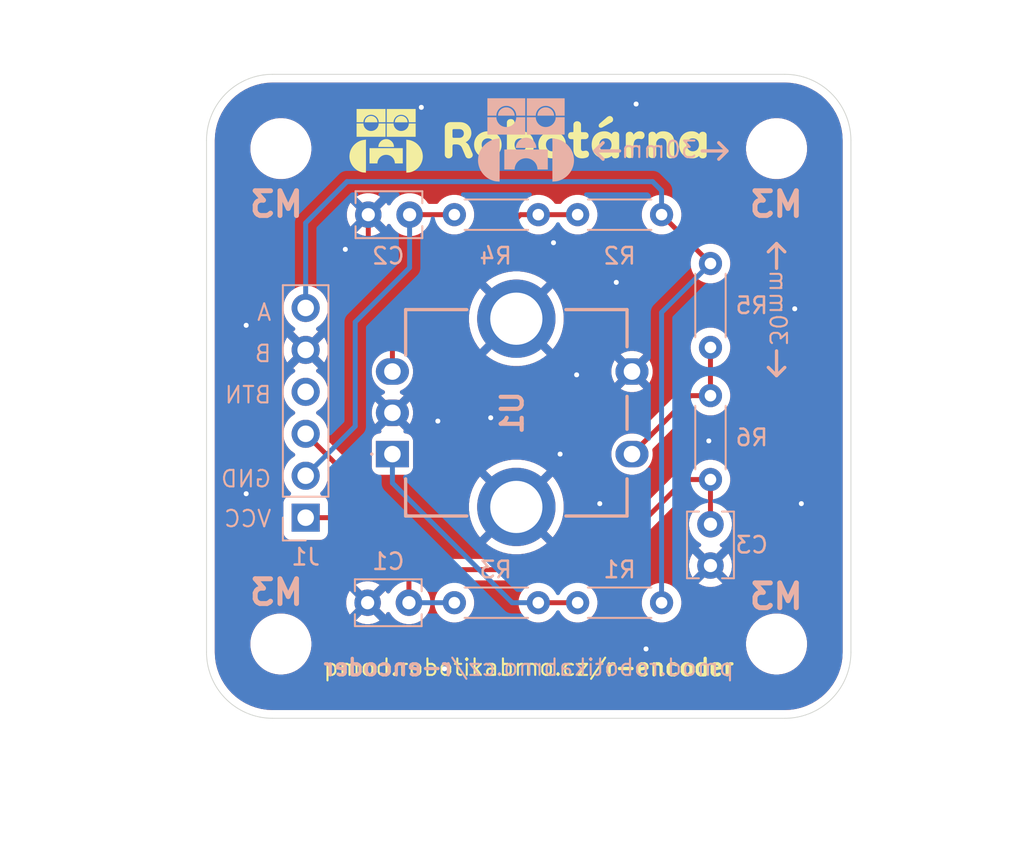
<source format=kicad_pcb>
(kicad_pcb (version 20241229) (generator "pcbnew") (generator_version "9.0")
  (layers (0 "F.Cu" signal) (2 "B.Cu" signal) (13 "F.Paste" user) (15 "B.Paste" user) (5 "F.SilkS" user "F.Silkscreen") (7 "B.SilkS" user "B.Silkscreen") (1 "F.Mask" user) (3 "B.Mask" user) (25 "Edge.Cuts" user))
  (net 0 "")
  (net 1 "Net-(U1-A_CHANNEL)")
  (net 2 "GND")
  (net 3 "Net-(U1-B_CHANNEL)")
  (net 4 "Net-(U1-COM)")
  (net 5 "B")
  (net 6 "BTN")
  (net 7 "VCC")
  (net 8 "A")
  (footprint "MountingHole:MountingHole_3.2mm_M3" (layer "F.Cu") (at 110.5 70.5)
    (property "Reference" "H2" (hide yes))
    (property "Value" "MountingHole")
  )
  (footprint "MountingHole:MountingHole_3.2mm_M3" (layer "F.Cu") (at 110.5 100.5)
    (property "Reference" "H4" (hide yes))
    (property "Value" "MountingHole")
  )
  (footprint "MountingHole:MountingHole_3.2mm_M3" (layer "F.Cu") (at 140.5 100.5)
    (property "Reference" "H3" (hide yes))
    (property "Value" "MountingHole")
  )
  (footprint "MountingHole:MountingHole_3.2mm_M3" (layer "F.Cu") (at 140.5 70.5)
    (property "Reference" "H1" (hide yes))
    (property "Value" "MountingHole")
  )
  (footprint "SamacSys_Parts:PEC11R4325FS0012" (layer "B.Cu") (at 117.25 89 90)
    (property "Reference" "U1")
    (property "Value" "PEC11R-4325F-S0012" (hide yes))
  )
  (footprint "Resistor_THT:R_Axial_DIN0204_L3.6mm_D1.6mm_P5.08mm_Horizontal" (layer "B.Cu") (at 136.5 82.54 90)
    (property "Reference" "R5")
    (property "Value" "10K")
  )
  (footprint "Connector_PinHeader_2.54mm:PinHeader_1x06_P2.54mm_Vertical" (layer "B.Cu") (at 112 92.85)
    (property "Reference" "J1")
    (property "Value" "Conn_01x06")
  )
  (footprint "Resistor_THT:R_Axial_DIN0204_L3.6mm_D1.6mm_P5.08mm_Horizontal" (layer "B.Cu") (at 133.54 74.5 180)
    (property "Reference" "R2")
    (property "Value" "10K")
  )
  (footprint "Capacitor_THT:C_Disc_D3.8mm_W2.6mm_P2.50mm" (layer "B.Cu") (at 136.5 93.25 -90)
    (property "Reference" "C3")
    (property "Value" "0.01uF")
  )
  (footprint "Capacitor_THT:C_Disc_D3.8mm_W2.6mm_P2.50mm" (layer "B.Cu") (at 115.79 74.5)
    (property "Reference" "C2")
    (property "Value" "0.01uF")
  )
  (footprint "Resistor_THT:R_Axial_DIN0204_L3.6mm_D1.6mm_P5.08mm_Horizontal" (layer "B.Cu") (at 136.5 85.46 -90)
    (property "Reference" "R6")
    (property "Value" "10K")
  )
  (footprint "Capacitor_THT:C_Disc_D3.8mm_W2.6mm_P2.50mm" (layer "B.Cu") (at 115.75 98)
    (property "Reference" "C1")
    (property "Value" "0.01uF")
  )
  (footprint "Resistor_THT:R_Axial_DIN0204_L3.6mm_D1.6mm_P5.08mm_Horizontal" (layer "B.Cu") (at 126.08 98 180)
    (property "Reference" "R3")
    (property "Value" "10K")
  )
  (footprint "Resistor_THT:R_Axial_DIN0204_L3.6mm_D1.6mm_P5.08mm_Horizontal" (layer "B.Cu") (at 121 74.5)
    (property "Reference" "R4")
    (property "Value" "10K")
  )
  (footprint "Resistor_THT:R_Axial_DIN0204_L3.6mm_D1.6mm_P5.08mm_Horizontal" (layer "B.Cu") (at 133.54 98 180)
    (property "Reference" "R1")
    (property "Value" "10K")
  )
  (gr_poly (pts (xy 130.119202 69.451041) (xy 130.149545 69.453087) (xy 130.179393 69.456497) (xy 130.208744 69.461272) (xy 130.237599 69.46741) (xy 130.265958 69.474912) (xy 130.293821 69.483779) (xy 130.321187 69.494009) (xy 130.348057 69.505604) (xy 130.37443 69.518562) (xy 130.400307 69.532885) (xy 130.425688 69.548572) (xy 130.450571 69.565622) (xy 130.474958 69.584037) (xy 130.498848 69.603816) (xy 130.522242 69.624959) (xy 130.525034 69.617107) (xy 130.528116 69.609419) (xy 130.531488 69.601897) (xy 130.535149 69.594539) (xy 130.539099 69.587347) (xy 130.543339 69.580319) (xy 130.547869 69.573457) (xy 130.552687 69.566759) (xy 130.557795 69.560227) (xy 130.563192 69.553859) (xy 130.568878 69.547657) (xy 130.574853 69.541619) (xy 130.581117 69.535747) (xy 130.58767 69.530039) (xy 130.594512 69.524497) (xy 130.601642 69.519119) (xy 130.609 69.513997) (xy 130.616522 69.509204) (xy 130.62421 69.504742) (xy 130.632063 69.50061) (xy 130.640081 69.496808) (xy 130.648264 69.493336) (xy 130.656613 69.490195) (xy 130.665127 69.487384) (xy 130.673807 69.484904) (xy 130.682652 69.482754) (xy 130.691663 69.480935) (xy 130.700839 69.479446) (xy 130.710181 69.478288) (xy 130.719689 69.477461) (xy 130.729362 69.476965) (xy 130.739202 69.476799) (xy 130.752277 69.477037) (xy 130.765041 69.47775) (xy 130.777496 69.478938) (xy 130.78964 69.480602) (xy 130.801474 69.482742) (xy 130.812998 69.485357) (xy 130.824213 69.488448) (xy 130.835117 69.492014) (xy 130.845711 69.496056) (xy 130.855996 69.500575) (xy 130.865971 69.505569) (xy 130.875636 69.511039) (xy 130.884992 69.516985) (xy 130.894038 69.523407) (xy 130.902775 69.530305) (xy 130.911202 69.537679) (xy 130.919209 69.545377) (xy 130.926699 69.553261) (xy 130.933672 69.56133) (xy 130.940129 69.569585) (xy 130.94607 69.578027) (xy 130.951494 69.586655) (xy 130.956401 69.595469) (xy 130.960792 69.604469) (xy 130.964666 69.613656) (xy 130.968024 69.62303) (xy 130.970865 69.632591) (xy 130.97319 69.642338) (xy 130.974998 69.652272) (xy 130.97629 69.662394) (xy 130.977064 69.672703) (xy 130.977323 69.683199) (xy 130.977323 70.884399) (xy 130.977064 70.895518) (xy 130.97629 70.906389) (xy 130.974998 70.917013) (xy 130.97319 70.927389) (xy 130.970865 70.937517) (xy 130.968024 70.947397) (xy 130.964666 70.95703) (xy 130.960792 70.966414) (xy 130.956401 70.975551) (xy 130.951494 70.98444) (xy 130.94607 70.99308) (xy 130.940129 71.001472) (xy 130.933672 71.009617) (xy 130.926699 71.017512) (xy 130.919209 71.02516) (xy 130.911202 71.032559) (xy 130.902775 71.039607) (xy 130.894038 71.0462) (xy 130.884992 71.052338) (xy 130.875636 71.058022) (xy 130.865971 71.063251) (xy 130.855996 71.068025) (xy 130.845711 71.072344) (xy 130.835117 71.076209) (xy 130.824213 71.079619) (xy 130.812998 71.082575) (xy 130.801474 71.085076) (xy 130.78964 71.087122) (xy 130.777496 71.088713) (xy 130.765041 71.08985) (xy 130.752277 71.090532) (xy 130.739202 71.090759) (xy 130.717893 71.09016) (xy 130.697618 71.088361) (xy 130.678376 71.085363) (xy 130.660167 71.081167) (xy 130.642991 71.075771) (xy 130.626848 71.069176) (xy 130.619164 71.065429) (xy 130.611739 71.061382) (xy 130.604571 71.057036) (xy 130.597662 71.052389) (xy 130.591011 71.047443) (xy 130.584619 71.042197) (xy 130.578484 71.036651) (xy 130.572608 71.030806) (xy 130.566991 71.024661) (xy 130.561631 71.018216) (xy 130.55653 71.011471) (xy 130.551687 71.004427) (xy 130.542776 70.989438) (xy 130.534898 70.973251) (xy 130.528053 70.955865) (xy 130.522242 70.937279) (xy 130.500767 70.955865) (xy 130.478672 70.973251) (xy 130.455957 70.989438) (xy 130.432623 71.004427) (xy 130.408668 71.018216) (xy 130.384093 71.030806) (xy 130.358898 71.042197) (xy 130.333082 71.052389) (xy 130.306645 71.061382) (xy 130.279588 71.069176) (xy 130.25191 71.075771) (xy 130.223611 71.081167) (xy 130.194691 71.085363) (xy 130.165149 71.088361) (xy 130.134987 71.09016) (xy 130.104203 71.090759) (xy 130.060412 71.089881) (xy 130.017675 71.087245) (xy 129.975992 71.082853) (xy 129.935363 71.076704) (xy 129.895787 71.068798) (xy 129.857266 71.059135) (xy 129.8198 71.047716) (xy 129.783387 71.034539) (xy 129.748028 71.019606) (xy 129.713724 71.002915) (xy 129.680474 70.984468) (xy 129.648279 70.964264) (xy 129.617138 70.942303) (xy 129.587051 70.918585) (xy 129.558019 70.893111) (xy 129.530042 70.865879) (xy 129.50345 70.837173) (xy 129.478573 70.807289) (xy 129.455412 70.776228) (xy 129.433967 70.743989) (xy 129.414237 70.710573) (xy 129.396223 70.675979) (xy 129.379925 70.640208) (xy 129.365342 70.603259) (xy 129.352475 70.565133) (xy 129.341323 70.525829) (xy 129.331887 70.485348) (xy 129.324167 70.443689) (xy 129.318162 70.400853) (xy 129.313873 70.356839) (xy 129.3113 70.311648) (xy 129.310442 70.265279) (xy 129.770801 70.265279) (xy 129.771204 70.286227) (xy 129.772414 70.306741) (xy 129.77443 70.326821) (xy 129.777252 70.346466) (xy 129.780881 70.365678) (xy 129.785316 70.384456) (xy 129.790558 70.402799) (xy 129.796607 70.420709) (xy 129.803462 70.438184) (xy 129.811124 70.455226) (xy 129.819593 70.471833) (xy 129.828869 70.488006) (xy 129.838952 70.503746) (xy 129.849841 70.519051) (xy 129.861538 70.533922) (xy 129.874042 70.548359) (xy 129.887179 70.562135) (xy 129.900791 70.575021) (xy 129.914877 70.58702) (xy 129.929438 70.598129) (xy 129.944475 70.60835) (xy 129.959987 70.617681) (xy 129.975974 70.626125) (xy 129.992437 70.633679) (xy 130.009375 70.640345) (xy 130.02679 70.646121) (xy 130.04468 70.65101) (xy 130.063047 70.655009) (xy 130.081891 70.65812) (xy 130.101211 70.660341) (xy 130.121008 70.661675) (xy 130.141282 70.662119) (xy 130.162178 70.661675) (xy 130.182537 70.660341) (xy 130.202359 70.65812) (xy 130.221644 70.655009) (xy 130.240391 70.65101) (xy 130.2586 70.646121) (xy 130.276273 70.640345) (xy 130.293407 70.633679) (xy 130.310004 70.626125) (xy 130.326063 70.617681) (xy 130.341585 70.60835) (xy 130.356568 70.598129) (xy 130.371014 70.58702) (xy 130.384921 70.575021) (xy 130.398291 70.562135) (xy 130.411123 70.548359) (xy 130.4233 70.533922) (xy 130.434691 70.519051) (xy 130.445297 70.503746) (xy 130.455117 70.488006) (xy 130.464152 70.471833) (xy 130.472401 70.455226) (xy 130.479864 70.438184) (xy 130.486542 70.420709) (xy 130.492434 70.402799) (xy 130.49754 70.384456) (xy 130.501861 70.365678) (xy 130.505396 70.346466) (xy 130.508146 70.326821) (xy 130.51011 70.306741) (xy 130.511288 70.286227) (xy 130.511681 70.265279) (xy 130.511288 70.243715) (xy 130.51011 70.22269) (xy 130.508146 70.202203) (xy 130.505396 70.182253) (xy 130.501861 70.162842) (xy 130.49754 70.143968) (xy 130.492434 70.125632) (xy 130.486542 70.107834) (xy 130.479864 70.090573) (xy 130.472401 70.07385) (xy 130.464152 70.057665) (xy 130.455117 70.042017) (xy 130.445297 70.026906) (xy 130.434691 70.012333) (xy 130.4233 69.998297) (xy 130.411123 69.984799) (xy 130.398291 69.971982) (xy 130.384921 69.959993) (xy 130.371014 69.94883) (xy 130.356568 69.938494) (xy 130.341585 69.928985) (xy 130.326063 69.920303) (xy 130.310004 69.912447) (xy 130.293407 69.905419) (xy 130.276273 69.899217) (xy 130.2586 69.893843) (xy 130.240391 69.889295) (xy 130.221644 69.885574) (xy 130.202359 69.88268) (xy 130.182537 69.880613) (xy 130.162178 69.879372) (xy 130.141282 69.878959) (xy 130.121008 69.879372) (xy 130.101211 69.880613) (xy 130.081891 69.88268) (xy 130.063047 69.885574) (xy 130.04468 69.889295) (xy 130.02679 69.893843) (xy 130.009375 69.899217) (xy 129.992437 69.905419) (xy 129.975974 69.912447) (xy 129.959987 69.920303) (xy 129.944475 69.928985) (xy 129.929438 69.938494) (xy 129.914877 69.94883) (xy 129.900791 69.959993) (xy 129.887179 69.971982) (xy 129.874042 69.984799) (xy 129.861538 69.998298) (xy 129.849841 70.012333) (xy 129.838952 70.026907) (xy 129.828869 70.042017) (xy 129.819593 70.057665) (xy 129.811124 70.07385) (xy 129.803462 70.090573) (xy 129.796607 70.107834) (xy 129.790558 70.125632) (xy 129.785316 70.143968) (xy 129.780881 70.162842) (xy 129.777252 70.182253) (xy 129.77443 70.202203) (xy 129.772414 70.22269) (xy 129.771204 70.243715) (xy 129.770801 70.265279) (xy 129.310442 70.265279) (xy 129.311279 70.218924) (xy 129.313791 70.173788) (xy 129.317977 70.129873) (xy 129.323837 70.087177) (xy 129.331372 70.0457) (xy 129.340581 70.005443) (xy 129.351464 69.966406) (xy 129.364022 69.928589) (xy 129.378254 69.891991) (xy 129.394161 69.856613) (xy 129.411742 69.822455) (xy 129.430997 69.789517) (xy 129.451927 69.757798) (xy 129.474531 69.727298) (xy 129.498809 69.698019) (xy 129.524762 69.669959) (xy 129.552073 69.643367) (xy 129.58044 69.61849) (xy 129.609864 69.595329) (xy 129.640343 69.573884) (xy 129.671877 69.554154) (xy 129.704467 69.53614) (xy 129.738113 69.519842) (xy 129.772813 69.505259) (xy 129.808567 69.492392) (xy 129.845377 69.48124) (xy 129.88324 69.471804) (xy 129.922158 69.464084) (xy 129.962129 69.458079) (xy 130.003153 69.45379) (xy 130.045231 69.451217) (xy 130.088363 69.450359)) (fill yes) (layer "F.SilkS"))
  (gr_poly (pts (xy 115.5 69) (xy 115.501772 69.023055) (xy 115.504691 69.045775) (xy 115.508727 69.068131) (xy 115.513852 69.090095) (xy 115.520037 69.111638) (xy 115.527252 69.132732) (xy 115.53547 69.153349) (xy 115.544661 69.173459) (xy 115.554796 69.193035) (xy 115.565847 69.212047) (xy 115.577785 69.230467) (xy 115.590581 69.248267) (xy 115.604206 69.265418) (xy 115.618631 69.281892) (xy 115.633828 69.297659) (xy 115.649767 69.312692) (xy 115.66642 69.326962) (xy 115.683758 69.34044) (xy 115.701753 69.353098) (xy 115.720374 69.364908) (xy 115.739594 69.37584) (xy 115.759383 69.385867) (xy 115.779714 69.394959) (xy 115.800556 69.403089) (xy 115.821881 69.410227) (xy 115.843661 69.416345) (xy 115.865865 69.421415) (xy 115.888467 69.425408) (xy 115.911436 69.428295) (xy 115.934745 69.430048) (xy 115.958363 69.430639) (xy 115.981981 69.430048) (xy 116.005289 69.428295) (xy 116.028258 69.425408) (xy 116.050859 69.421415) (xy 116.073063 69.416345) (xy 116.094841 69.410227) (xy 116.116165 69.403089) (xy 116.137006 69.394959) (xy 116.157335 69.385867) (xy 116.177123 69.37584) (xy 116.196341 69.364908) (xy 116.214961 69.353098) (xy 116.232953 69.34044) (xy 116.250289 69.326962) (xy 116.26694 69.312692) (xy 116.282878 69.297659) (xy 116.298073 69.281892) (xy 116.312496 69.265418) (xy 116.326119 69.248267) (xy 116.338913 69.230467) (xy 116.350849 69.212047) (xy 116.361899 69.193035) (xy 116.372033 69.173459) (xy 116.381222 69.153349) (xy 116.389439 69.132733) (xy 116.396653 69.111638) (xy 116.402836 69.090095) (xy 116.40796 69.068131) (xy 116.411996 69.045775) (xy 116.414914 69.023055) (xy 116.416686 69) (xy 116.417283 68.976639) (xy 116.834483 68.976639) (xy 116.834483 69.782679) (xy 115.082243 69.782679) (xy 115.082243 68.976639) (xy 115.499403 68.976639)) (fill yes) (layer "F.SilkS"))
  (gr_poly (pts (xy 128.444471 68.842037) (xy 128.456631 68.84275) (xy 128.468523 68.843938) (xy 128.480147 68.845602) (xy 128.491503 68.847742) (xy 128.502591 68.850357) (xy 128.51341 68.853448) (xy 128.523962 68.857014) (xy 128.534245 68.861056) (xy 128.54426 68.865575) (xy 128.554007 68.870569) (xy 128.563486 68.876039) (xy 128.572697 68.881985) (xy 128.58164 68.888407) (xy 128.590315 68.895305) (xy 128.598722 68.902679) (xy 128.606729 68.910419) (xy 128.61422 68.918427) (xy 128.621196 68.926705) (xy 128.627655 68.935251) (xy 128.633599 68.944066) (xy 128.639026 68.95315) (xy 128.643937 68.962503) (xy 128.648332 68.972124) (xy 128.65221 68.982014) (xy 128.655571 68.992172) (xy 128.658416 69.002599) (xy 128.660743 69.013295) (xy 128.662554 69.024258) (xy 128.663847 69.03549) (xy 128.664624 69.046991) (xy 128.664882 69.058759) (xy 128.664882 69.450359) (xy 128.664934 69.453615) (xy 128.665089 69.456767) (xy 128.665346 69.459817) (xy 128.665707 69.462762) (xy 128.666172 69.465605) (xy 128.666739 69.468344) (xy 128.66741 69.470979) (xy 128.668183 69.473512) (xy 128.669061 69.475941) (xy 128.670041 69.478266) (xy 128.671124 69.480488) (xy 128.672311 69.482607) (xy 128.673602 69.484623) (xy 128.674995 69.486535) (xy 128.676492 69.488344) (xy 128.678092 69.490049) (xy 128.679796 69.491651) (xy 128.681602 69.49315) (xy 128.683513 69.494545) (xy 128.685526 69.495837) (xy 128.687644 69.497026) (xy 128.689864 69.498111) (xy 128.692188 69.499093) (xy 128.694616 69.499972) (xy 128.697146 69.500747) (xy 128.699781 69.501419) (xy 128.702519 69.501987) (xy 128.70536 69.502452) (xy 128.708305 69.502814) (xy 128.711354 69.503072) (xy 128.714506 69.503228) (xy 128.717762 69.503279) (xy 128.913561 69.503279) (xy 128.92469 69.503527) (xy 128.935592 69.504271) (xy 128.946268 69.505511) (xy 128.956716 69.507247) (xy 128.966937 69.509478) (xy 128.976931 69.512206) (xy 128.986697 69.51543) (xy 128.996236 69.519149) (xy 129.005548 69.523365) (xy 129.014633 69.528076) (xy 129.02349 69.533283) (xy 129.03212 69.538987) (xy 129.040522 69.545186) (xy 129.048696 69.551881) (xy 129.056643 69.559072) (xy 129.064362 69.566759) (xy 129.071736 69.574798) (xy 129.078634 69.583043) (xy 129.085056 69.591496) (xy 129.091002 69.600157) (xy 129.096472 69.609024) (xy 129.101466 69.618098) (xy 129.105984 69.62738) (xy 129.110026 69.636869) (xy 129.113593 69.646565) (xy 129.116684 69.656468) (xy 129.119299 69.666579) (xy 129.121438 69.676897) (xy 129.123102 69.687421) (xy 129.124291 69.698154) (xy 129.125004 69.709093) (xy 129.125241 69.720239) (xy 129.125004 69.731358) (xy 129.124291 69.742229) (xy 129.123102 69.752853) (xy 129.121438 69.763229) (xy 129.119299 69.773357) (xy 129.116684 69.783237) (xy 129.113593 69.79287) (xy 129.110026 69.802254) (xy 129.105984 69.811391) (xy 129.101466 69.820279) (xy 129.096472 69.82892) (xy 129.091002 69.837312) (xy 129.085056 69.845456) (xy 129.078634 69.853352) (xy 129.071736 69.861) (xy 129.064362 69.868399) (xy 129.056622 69.875447) (xy 129.048614 69.88204) (xy 129.040336 69.888178) (xy 129.03179 69.893862) (xy 129.022974 69.899091) (xy 129.01389 69.903865) (xy 129.004538 69.908184) (xy 128.994916 69.912049) (xy 128.985026 69.915459) (xy 128.974868 69.918415) (xy 128.964441 69.920915) (xy 128.953746 69.922962) (xy 128.942782 69.924553) (xy 128.93155 69.92569) (xy 128.92005 69.926372) (xy 128.908281 69.926599) (xy 128.717762 69.926599) (xy 128.714506 69.926651) (xy 128.711354 69.926806) (xy 128.708305 69.927064) (xy 128.70536 69.927426) (xy 128.702519 69.927891) (xy 128.699781 69.928459) (xy 128.697146 69.929131) (xy 128.694616 69.929907) (xy 128.692188 69.930785) (xy 128.689864 69.931767) (xy 128.687644 69.932852) (xy 128.685526 69.934041) (xy 128.683513 69.935333) (xy 128.681602 69.936728) (xy 128.679796 69.938227) (xy 128.678092 69.939829) (xy 128.676492 69.941535) (xy 128.674995 69.943343) (xy 128.673602 69.945255) (xy 128.672311 69.947271) (xy 128.671124 69.94939) (xy 128.670041 69.951612) (xy 128.669061 69.953938) (xy 128.668183 69.956367) (xy 128.66741 69.958899) (xy 128.666739 69.961535) (xy 128.666172 69.964274) (xy 128.665707 69.967116) (xy 128.665346 69.970062) (xy 128.665089 69.973111) (xy 128.664934 69.976263) (xy 128.664882 69.979519) (xy 128.664882 70.476919) (xy 128.665016 70.488601) (xy 128.665419 70.499828) (xy 128.666089 70.510599) (xy 128.667028 70.520915) (xy 128.668235 70.530775) (xy 128.669711 70.54018) (xy 128.671455 70.54913) (xy 128.673467 70.557624) (xy 128.675748 70.565663) (xy 128.678298 70.573248) (xy 128.681117 70.580377) (xy 128.684204 70.587051) (xy 128.68756 70.59327) (xy 128.691185 70.599035) (xy 128.695079 70.604344) (xy 128.699242 70.609199) (xy 128.703619 70.613689) (xy 128.708139 70.617888) (xy 128.712803 70.621797) (xy 128.717611 70.625415) (xy 128.722562 70.628744) (xy 128.727658 70.631782) (xy 128.732898 70.63453) (xy 128.738282 70.636989) (xy 128.74381 70.639158) (xy 128.749483 70.641037) (xy 128.755301 70.642627) (xy 128.761263 70.643928) (xy 128.76737 70.644939) (xy 128.773622 70.645662) (xy 128.78002 70.646095) (xy 128.786562 70.646239) (xy 128.789375 70.646188) (xy 128.792519 70.646033) (xy 128.799799 70.645414) (xy 128.808402 70.644383) (xy 128.818328 70.642939) (xy 128.829575 70.641083) (xy 128.842143 70.638814) (xy 128.856033 70.636133) (xy 128.871242 70.633039) (xy 128.900011 70.627241) (xy 128.912166 70.624965) (xy 128.922832 70.623104) (xy 128.932011 70.621657) (xy 128.939699 70.620625) (xy 128.945897 70.620005) (xy 128.950603 70.619799) (xy 128.961082 70.620047) (xy 128.971355 70.620791) (xy 128.981422 70.622031) (xy 128.991282 70.623767) (xy 129.000936 70.626) (xy 129.010383 70.628728) (xy 129.019624 70.631953) (xy 129.028658 70.635674) (xy 129.037485 70.639892) (xy 129.046105 70.644606) (xy 129.054519 70.649816) (xy 129.062726 70.655523) (xy 129.070725 70.661727) (xy 129.078518 70.668428) (xy 129.086103 70.675625) (xy 129.093482 70.683319) (xy 129.10053 70.691358) (xy 129.107122 70.699603) (xy 129.113261 70.708056) (xy 129.118944 70.716716) (xy 129.124173 70.725583) (xy 129.128948 70.734656) (xy 129.133267 70.743937) (xy 129.137132 70.753424) (xy 129.140542 70.763118) (xy 129.143498 70.773019) (xy 129.145998 70.783126) (xy 129.148044 70.79344) (xy 129.149636 70.80396) (xy 129.150773 70.814687) (xy 129.151455 70.82562) (xy 129.151682 70.836759) (xy 129.151527 70.845313) (xy 129.151063 70.853786) (xy 129.150289 70.862177) (xy 129.149206 70.870485) (xy 129.147813 70.878712) (xy 129.146109 70.886857) (xy 129.144096 70.894919) (xy 129.141772 70.902899) (xy 129.139139 70.910797) (xy 129.136194 70.918611) (xy 129.13294 70.926344) (xy 129.129374 70.933993) (xy 129.125498 70.941559) (xy 129.121311 70.949042) (xy 129.116812 70.956442) (xy 129.112003 70.963759) (xy 129.106869 70.97091) (xy 129.101383 70.977814) (xy 129.095545 70.98447) (xy 129.089354 70.990879) (xy 129.082811 70.997039) (xy 129.075917 71.002952) (xy 129.068671 71.008617) (xy 129.061073 71.014034) (xy 129.053123 71.019203) (xy 129.044822 71.024124) (xy 129.03617 71.028797) (xy 129.027166 71.033222) (xy 129.017812 71.037399) (xy 129.008106 71.041327) (xy 128.99805 71.045007) (xy 128.987642 71.048439) (xy 128.970533 71.053556) (xy 128.953587 71.058345) (xy 128.936803 71.062807) (xy 128.920183 71.066939) (xy 128.903728 71.070741) (xy 128.887439 71.074213) (xy 128.871317 71.077352) (xy 128.855362 71.080159) (xy 128.839491 71.082647) (xy 128.823616 71.084802) (xy 128.807739 71.086624) (xy 128.791862 71.088114) (xy 128.775985 71.089272) (xy 128.760108 71.090099) (xy 128.744234 71.090594) (xy 128.728362 71.090759) (xy 128.700232 71.090242) (xy 128.672721 71.088691) (xy 128.645831 71.086106) (xy 128.619559 71.082488) (xy 128.593908 71.077836) (xy 128.568876 71.07215) (xy 128.544464 71.065431) (xy 128.520672 71.057679) (xy 128.4975 71.048894) (xy 128.474947 71.039075) (xy 128.453014 71.028224) (xy 128.4317 71.01634) (xy 128.411006 71.003424) (xy 128.390932 70.989474) (xy 128.371478 70.974493) (xy 128.352643 70.958479) (xy 128.334704 70.941383) (xy 128.317922 70.923171) (xy 128.302296 70.903842) (xy 128.287828 70.883397) (xy 128.274517 70.861836) (xy 128.262363 70.839158) (xy 128.251367 70.815364) (xy 128.241527 70.790454) (xy 128.232845 70.764428) (xy 128.225321 70.737286) (xy 128.218953 70.709028) (xy 128.213744 70.679653) (xy 128.209692 70.649164) (xy 128.206797 70.617558) (xy 128.205061 70.584836) (xy 128.204482 70.550999) (xy 128.204482 69.979519) (xy 128.20443 69.976263) (xy 128.204275 69.973111) (xy 128.204017 69.970062) (xy 128.203655 69.967116) (xy 128.20319 69.964274) (xy 128.202622 69.961535) (xy 128.20195 69.958899) (xy 128.201175 69.956367) (xy 128.200296 69.953938) (xy 128.199314 69.951612) (xy 128.198229 69.94939) (xy 128.19704 69.947271) (xy 128.195748 69.945255) (xy 128.194353 69.943343) (xy 128.192854 69.941535) (xy 128.191252 69.939829) (xy 128.189547 69.938227) (xy 128.187738 69.936728) (xy 128.185826 69.935333) (xy 128.183811 69.934041) (xy 128.181692 69.932852) (xy 128.17947 69.931767) (xy 128.177144 69.930785) (xy 128.174715 69.929907) (xy 128.172183 69.929131) (xy 128.169547 69.928459) (xy 128.166808 69.927891) (xy 128.163966 69.927426) (xy 128.16102 69.927064) (xy 128.157971 69.926806) (xy 128.154819 69.926651) (xy 128.151563 69.926599) (xy 128.072202 69.926599) (xy 128.060479 69.926372) (xy 128.049128 69.92569) (xy 128.038151 69.924553) (xy 128.027546 69.922962) (xy 128.017314 69.920915) (xy 128.007454 69.918415) (xy 127.997967 69.915459) (xy 127.988852 69.912049) (xy 127.980109 69.908184) (xy 127.971739 69.903865) (xy 127.96374 69.89909) (xy 127.956113 69.893862) (xy 127.948858 69.888178) (xy 127.941974 69.88204) (xy 127.935462 69.875447) (xy 127.929322 69.868399) (xy 127.923553 69.861) (xy 127.918156 69.853352) (xy 127.913132 69.845456) (xy 127.908479 69.837312) (xy 127.904199 69.82892) (xy 127.900291 69.820279) (xy 127.896756 69.811391) (xy 127.893592 69.802254) (xy 127.890801 69.79287) (xy 127.888382 69.783237) (xy 127.886335 69.773357) (xy 127.88466 69.763229) (xy 127.883357 69.752853) (xy 127.882427 69.742229) (xy 127.881868 69.731358) (xy 127.881682 69.720239) (xy 127.881868 69.708464) (xy 127.882427 69.696957) (xy 127.883357 69.68572) (xy 127.88466 69.674752) (xy 127.886335 69.664052) (xy 127.888382 69.653622) (xy 127.890801 69.643461) (xy 127.893592 69.633569) (xy 127.896756 69.623946) (xy 127.900291 69.614592) (xy 127.904199 69.605507) (xy 127.908479 69.596692) (xy 127.913132 69.588145) (xy 127.918156 69.579867) (xy 127.923553 69.571859) (xy 127.929322 69.564119) (xy 127.935462 69.556752) (xy 127.941974 69.54986) (xy 127.948858 69.543443) (xy 127.956113 69.537502) (xy 127.96374 69.532036) (xy 127.971739 69.527045) (xy 127.980109 69.522529) (xy 127.988852 69.518489) (xy 127.997967 69.514924) (xy 128.007454 69.511835) (xy 128.017314 69.509221) (xy 128.027546 69.507082) (xy 128.038151 69.505418) (xy 128.049128 69.50423) (xy 128.060479 69.503517) (xy 128.072202 69.503279) (xy 128.151563 69.503279) (xy 128.154819 69.503228) (xy 128.157971 69.503072) (xy 128.16102 69.502814) (xy 128.163966 69.502452) (xy 128.166808 69.501987) (xy 128.169547 69.501419) (xy 128.172183 69.500747) (xy 128.174715 69.499972) (xy 128.177144 69.499093) (xy 128.17947 69.498111) (xy 128.181692 69.497026) (xy 128.183811 69.495837) (xy 128.185826 69.494545) (xy 128.187738 69.49315) (xy 128.189547 69.491651) (xy 128.191252 69.490049) (xy 128.192854 69.488344) (xy 128.194353 69.486535) (xy 128.195748 69.484623) (xy 128.19704 69.482607) (xy 128.198229 69.480488) (xy 128.199314 69.478266) (xy 128.200296 69.475941) (xy 128.201175 69.473512) (xy 128.20195 69.470979) (xy 128.202622 69.468344) (xy 128.20319 69.465605) (xy 128.203655 69.462762) (xy 128.204017 69.459817) (xy 128.204275 69.456767) (xy 128.20443 69.453615) (xy 128.204482 69.450359) (xy 128.204482 69.058759) (xy 128.20473 69.04762) (xy 128.205474 69.036687) (xy 128.206714 69.02596) (xy 128.20845 69.01544) (xy 128.210682 69.005126) (xy 128.213411 68.995019) (xy 128.216636 68.985118) (xy 128.220357 68.975424) (xy 128.224575 68.965937) (xy 128.229289 68.956656) (xy 128.234499 68.947583) (xy 128.240206 68.938716) (xy 128.24641 68.930056) (xy 128.25311 68.921603) (xy 128.260307 68.913358) (xy 128.268001 68.905319) (xy 128.276081 68.897625) (xy 128.284451 68.890428) (xy 128.29311 68.883727) (xy 128.302059 68.877524) (xy 128.311298 68.871816) (xy 128.320826 68.866606) (xy 128.330644 68.861892) (xy 128.340752 68.857674) (xy 128.351149 68.853953) (xy 128.361836 68.850728) (xy 128.372813 68.848) (xy 128.384079 68.845767) (xy 128.395636 68.844031) (xy 128.407481 68.842791) (xy 128.419617 68.842047) (xy 128.432042 68.841799)) (fill yes) (layer "F.SilkS"))
  (gr_poly (pts (xy 115.653523 69.963239) (xy 115.650024 70.042803) (xy 115.648022 70.160028) (xy 115.647283 70.457789) (xy 115.650283 70.958879) (xy 115.650003 71.702599) (xy 115.649503 71.766274) (xy 115.648343 71.828809) (xy 115.647753 71.890879) (xy 115.648056 71.92195) (xy 115.648963 71.953159) (xy 115.646083 71.958439) (xy 115.625576 71.955634) (xy 115.606192 71.953608) (xy 115.587645 71.952161) (xy 115.569647 71.951091) (xy 115.53415 71.949276) (xy 115.516076 71.948127) (xy 115.497403 71.946549) (xy 115.477843 71.94434) (xy 115.457109 71.941298) (xy 115.434913 71.937223) (xy 115.410969 71.931911) (xy 115.384989 71.925163) (xy 115.356687 71.916776) (xy 115.325773 71.906548) (xy 115.291963 71.894279) (xy 115.254191 71.879143) (xy 115.217444 71.862679) (xy 115.181733 71.844929) (xy 115.14707 71.825938) (xy 115.113466 71.80575) (xy 115.080932 71.784408) (xy 115.049481 71.761957) (xy 115.019124 71.73844) (xy 114.989872 71.713901) (xy 114.961738 71.688385) (xy 114.934731 71.661934) (xy 114.908865 71.634594) (xy 114.884151 71.606407) (xy 114.8606 71.577418) (xy 114.838223 71.547671) (xy 114.817033 71.517209) (xy 114.797041 71.486076) (xy 114.778258 71.454317) (xy 114.760696 71.421976) (xy 114.744367 71.389095) (xy 114.729282 71.35572) (xy 114.715452 71.321893) (xy 114.70289 71.287659) (xy 114.691607 71.253063) (xy 114.681614 71.218146) (xy 114.672923 71.182955) (xy 114.665545 71.147531) (xy 114.659492 71.111921) (xy 114.654776 71.076166) (xy 114.651408 71.040312) (xy 114.6494 71.004401) (xy 114.648763 70.968479) (xy 114.649158 70.949016) (xy 114.650231 70.928103) (xy 114.651901 70.906107) (xy 114.654088 70.883399) (xy 114.656712 70.860345) (xy 114.659692 70.837315) (xy 114.662949 70.814677) (xy 114.666403 70.792799) (xy 114.673437 70.755177) (xy 114.682033 70.717986) (xy 114.692152 70.681262) (xy 114.703754 70.645042) (xy 114.716801 70.609361) (xy 114.731254 70.574254) (xy 114.764219 70.505908) (xy 114.802338 70.44029) (xy 114.845296 70.377686) (xy 114.892782 70.318382) (xy 114.944483 70.262664) (xy 115.000086 70.210818) (xy 115.059277 70.163131) (xy 115.121745 70.119889) (xy 115.187177 70.081377) (xy 115.255259 70.047882) (xy 115.325679 70.01969) (xy 115.361669 70.007672) (xy 115.398125 69.997087) (xy 115.435009 69.987971) (xy 115.472283 69.980359) (xy 115.647403 69.957519)) (fill yes) (layer "F.SilkS"))
  (gr_poly (pts (xy 132.227431 69.450607) (xy 132.244378 69.45135) (xy 132.261162 69.452589) (xy 132.277782 69.454324) (xy 132.294237 69.456556) (xy 132.310526 69.459286) (xy 132.326648 69.462513) (xy 132.342601 69.466239) (xy 132.35176 69.469035) (xy 132.360712 69.472141) (xy 132.369457 69.475559) (xy 132.377995 69.479288) (xy 132.386326 69.483327) (xy 132.39445 69.487677) (xy 132.402367 69.492338) (xy 132.410077 69.497309) (xy 132.417581 69.50259) (xy 132.424878 69.508182) (xy 132.431968 69.514084) (xy 132.438852 69.520295) (xy 132.445529 69.526817) (xy 132.452 69.533648) (xy 132.458264 69.540789) (xy 132.464322 69.548239) (xy 132.470084 69.555917) (xy 132.475475 69.56374) (xy 132.480494 69.571708) (xy 132.485142 69.579821) (xy 132.489418 69.588079) (xy 132.493323 69.596483) (xy 132.496856 69.605031) (xy 132.500017 69.613724) (xy 132.502807 69.622562) (xy 132.505225 69.631545) (xy 132.507271 69.640672) (xy 132.508945 69.649945) (xy 132.510248 69.659361) (xy 132.511178 69.668923) (xy 132.511736 69.678629) (xy 132.511922 69.688479) (xy 132.511643 69.702214) (xy 132.510806 69.715638) (xy 132.509412 69.728753) (xy 132.507459 69.741557) (xy 132.504948 69.754051) (xy 132.501879 69.766236) (xy 132.498252 69.77811) (xy 132.494067 69.789674) (xy 132.489323 69.800928) (xy 132.484021 69.811873) (xy 132.478161 69.822508) (xy 132.471742 69.832833) (xy 132.464765 69.842849) (xy 132.457229 69.852555) (xy 132.449135 69.861952) (xy 132.440482 69.871039) (xy 132.431464 69.879602) (xy 132.422259 69.887443) (xy 132.412868 69.894561) (xy 132.40329 69.900956) (xy 132.393525 69.906629) (xy 132.383574 69.911578) (xy 132.373436 69.915805) (xy 132.363112 69.919309) (xy 132.352601 69.92209) (xy 132.341904 69.924148) (xy 132.33102 69.925484) (xy 132.31995 69.926096) (xy 132.308693 69.925986) (xy 132.297249 69.925153) (xy 132.285619 69.923597) (xy 132.273803 69.921319) (xy 132.256611 69.917593) (xy 132.239416 69.914366) (xy 132.22222 69.911636) (xy 132.205022 69.909404) (xy 132.187825 69.907669) (xy 132.170628 69.90643) (xy 132.153433 69.905686) (xy 132.136242 69.905439) (xy 132.12119 69.905769) (xy 132.106469 69.906761) (xy 132.092078 69.908413) (xy 132.078019 69.910727) (xy 132.064291 69.913702) (xy 132.050894 69.917338) (xy 132.037828 69.921635) (xy 132.025093 69.926594) (xy 132.012688 69.932214) (xy 132.000615 69.938496) (xy 131.988872 69.945439) (xy 131.977461 69.953043) (xy 131.96638 69.96131) (xy 131.95563 69.970238) (xy 131.945211 69.979827) (xy 131.935123 69.990079) (xy 131.925455 70.001344) (xy 131.916283 70.013974) (xy 131.907605 70.027968) (xy 131.899423 70.043328) (xy 131.891736 70.060052) (xy 131.884545 70.07814) (xy 131.877848 70.097592) (xy 131.871647 70.118409) (xy 131.865942 70.14059) (xy 131.860732 70.164134) (xy 131.856018 70.189043) (xy 131.851799 70.215315) (xy 131.848076 70.242951) (xy 131.844849 70.27195) (xy 131.842118 70.302313) (xy 131.839882 70.334039) (xy 131.839882 70.863199) (xy 131.839624 70.874334) (xy 131.838849 70.885241) (xy 131.837558 70.89592) (xy 131.83575 70.906371) (xy 131.833426 70.916593) (xy 131.830585 70.926588) (xy 131.827227 70.936354) (xy 131.823353 70.945894) (xy 131.818962 70.955206) (xy 131.814055 70.964291) (xy 131.808631 70.973148) (xy 131.802691 70.981779) (xy 131.796234 70.990184) (xy 131.78926 70.998362) (xy 131.78177 71.006313) (xy 131.773763 71.014039) (xy 131.765377 71.021406) (xy 131.756765 71.028298) (xy 131.747925 71.034715) (xy 131.738859 71.040656) (xy 131.729566 71.046123) (xy 131.720045 71.051113) (xy 131.710298 71.055629) (xy 131.700324 71.059669) (xy 131.690123 71.063234) (xy 131.679695 71.066323) (xy 131.669041 71.068938) (xy 131.658159 71.071076) (xy 131.64705 71.07274) (xy 131.635715 71.073928) (xy 131.624152 71.074641) (xy 131.612363 71.074879) (xy 131.599917 71.074651) (xy 131.58772 71.073969) (xy 131.575771 71.072833) (xy 131.56407 71.071241) (xy 131.552618 71.069195) (xy 131.541413 71.066694) (xy 131.530457 71.063739) (xy 131.519748 71.060329) (xy 131.509288 71.056464) (xy 131.499075 71.052144) (xy 131.489111 71.04737) (xy 131.479394 71.042141) (xy 131.469925 71.036458) (xy 131.460704 71.030319) (xy 131.45173 71.023726) (xy 131.443004 71.016679) (xy 131.434678 71.009279) (xy 131.426888 71.001632) (xy 131.419636 70.993736) (xy 131.412921 70.985592) (xy 131.406744 70.977199) (xy 131.401103 70.968559) (xy 131.396 70.95967) (xy 131.391434 70.950534) (xy 131.387405 70.941149) (xy 131.383913 70.931517) (xy 131.380958 70.921636) (xy 131.378541 70.911508) (xy 131.376661 70.901132) (xy 131.375318 70.890509) (xy 131.374512 70.879638) (xy 131.374244 70.868519) (xy 131.374244 69.683199) (xy 131.374502 69.672703) (xy 131.375277 69.662394) (xy 131.376568 69.652272) (xy 131.378376 69.642338) (xy 131.380701 69.63259) (xy 131.383542 69.62303) (xy 131.386899 69.613656) (xy 131.390773 69.604469) (xy 131.395164 69.595469) (xy 131.400071 69.586654) (xy 131.405495 69.578027) (xy 131.411436 69.569585) (xy 131.417893 69.56133) (xy 131.424866 69.55326) (xy 131.432356 69.545377) (xy 131.440363 69.537679) (xy 131.44879 69.530305) (xy 131.457527 69.523406) (xy 131.466573 69.516984) (xy 131.475928 69.511038) (xy 131.485594 69.505568) (xy 131.495569 69.500574) (xy 131.505853 69.496056) (xy 131.516448 69.492014) (xy 131.527352 69.488447) (xy 131.538566 69.485357) (xy 131.550091 69.482742) (xy 131.561925 69.480602) (xy 131.574069 69.478938) (xy 131.586524 69.47775) (xy 131.599288 69.477037) (xy 131.612363 69.476799) (xy 131.624132 69.477016) (xy 131.635632 69.477667) (xy 131.646864 69.478752) (xy 131.657828 69.480271) (xy 131.668523 69.482225) (xy 131.67895 69.484612) (xy 131.689109 69.487433) (xy 131.698998 69.490689) (xy 131.70862 69.494378) (xy 131.717972 69.498502) (xy 131.727056 69.50306) (xy 131.735871 69.508051) (xy 131.744418 69.513477) (xy 131.752695 69.519337) (xy 131.760704 69.525631) (xy 131.768444 69.532359) (xy 131.775859 69.539397) (xy 131.782881 69.546622) (xy 131.789509 69.554033) (xy 131.795744 69.561631) (xy 131.801585 69.569415) (xy 131.807033 69.577385) (xy 131.812087 69.585541) (xy 131.816748 69.593884) (xy 131.821016 69.602413) (xy 131.82489 69.611127) (xy 131.828372 69.620028) (xy 131.83146 69.629115) (xy 131.834155 69.638387) (xy 131.836457 69.647845) (xy 131.838366 69.657489) (xy 131.839882 69.667319) (xy 131.847323 69.656173) (xy 131.855095 69.645235) (xy 131.863197 69.634505) (xy 131.871631 69.623982) (xy 131.880395 69.613667) (xy 131.88949 69.603559) (xy 131.898916 69.593658) (xy 131.908673 69.583964) (xy 131.918761 69.574477) (xy 131.92918 69.565196) (xy 131.93993 69.556122) (xy 131.95101 69.547253) (xy 131.962422 69.538591) (xy 131.974164 69.530135) (xy 131.986238 69.521884) (xy 131.998642 69.513839) (xy 132.011254 69.506152) (xy 132.023947 69.498961) (xy 132.036723 69.492266) (xy 132.049582 69.486067) (xy 132.062523 69.480363) (xy 132.075547 69.475156) (xy 132.088653 69.470445) (xy 132.101842 69.466229) (xy 132.115113 69.46251) (xy 132.128467 69.459286) (xy 132.141903 69.456558) (xy 132.155422 69.454327) (xy 132.169023 69.452591) (xy 132.182706 69.451351) (xy 132.196473 69.450607) (xy 132.210321 69.450359)) (fill yes) (layer "F.SilkS"))
  (gr_poly (pts (xy 117.798914 68.51903) (xy 117.818575 68.52053) (xy 117.83796 68.522997) (xy 117.857045 68.526405) (xy 117.875805 68.53073) (xy 117.894217 68.535948) (xy 117.912254 68.542035) (xy 117.929894 68.548966) (xy 117.947111 68.556717) (xy 117.963881 68.565264) (xy 117.980178 68.574582) (xy 117.99598 68.584647) (xy 118.011261 68.595435) (xy 118.025996 68.606922) (xy 118.040162 68.619083) (xy 118.053733 68.631894) (xy 118.066685 68.645331) (xy 118.078993 68.659369) (xy 118.090634 68.673984) (xy 118.101582 68.689151) (xy 118.111812 68.704848) (xy 118.121301 68.721048) (xy 118.130024 68.737729) (xy 118.137956 68.754865) (xy 118.145073 68.772432) (xy 118.15135 68.790406) (xy 118.156763 68.808763) (xy 118.161287 68.827479) (xy 118.164897 68.846528) (xy 118.16757 68.865888) (xy 118.16928 68.885533) (xy 118.170003 68.905439) (xy 117.396283 68.905239) (xy 117.396577 68.885333) (xy 117.397865 68.865689) (xy 117.400121 68.84633) (xy 117.403322 68.827282) (xy 117.407444 68.808569) (xy 117.412463 68.790214) (xy 117.418355 68.772243) (xy 117.425095 68.754679) (xy 117.43266 68.737547) (xy 117.441025 68.72087) (xy 117.450168 68.704674) (xy 117.460063 68.688983) (xy 117.470686 68.67382) (xy 117.482014 68.659211) (xy 117.494023 68.645179) (xy 117.506688 68.631749) (xy 117.519985 68.618945) (xy 117.533891 68.606791) (xy 117.548382 68.595312) (xy 117.563433 68.584531) (xy 117.57902 68.574474) (xy 117.595119 68.565164) (xy 117.611707 68.556626) (xy 117.628759 68.548884) (xy 117.646251 68.541962) (xy 117.664159 68.535885) (xy 117.682459 68.530677) (xy 117.701128 68.526362) (xy 117.720141 68.522964) (xy 117.739473 68.520508) (xy 117.759102 68.519018) (xy 117.779003 68.518519)) (fill yes) (layer "F.SilkS"))
  (gr_poly (pts (xy 118.657803 68.905759) (xy 118.240643 68.905759) (xy 118.240046 68.882398) (xy 118.238273 68.859343) (xy 118.235355 68.836623) (xy 118.231319 68.814267) (xy 118.226194 68.792303) (xy 118.22001 68.77076) (xy 118.212794 68.749665) (xy 118.204577 68.729049) (xy 118.195386 68.708939) (xy 118.185251 68.689363) (xy 118.1742 68.670351) (xy 118.162263 68.651931) (xy 118.149467 68.634131) (xy 118.135843 68.61698) (xy 118.121419 68.600506) (xy 118.106223 68.584739) (xy 118.090285 68.569706) (xy 118.073633 68.555436) (xy 118.056296 68.541958) (xy 118.038303 68.5293) (xy 118.019683 68.51749) (xy 118.000465 68.506558) (xy 117.980677 68.496531) (xy 117.960349 68.487439) (xy 117.939509 68.47931) (xy 117.918186 68.472171) (xy 117.896409 68.466053) (xy 117.874207 68.460983) (xy 117.851608 68.456991) (xy 117.828642 68.454103) (xy 117.805338 68.45235) (xy 117.781723 68.451759) (xy 117.758105 68.45235) (xy 117.734796 68.454103) (xy 117.711827 68.456991) (xy 117.689225 68.460983) (xy 117.66702 68.466053) (xy 117.645241 68.472171) (xy 117.623916 68.47931) (xy 117.603073 68.487439) (xy 117.582743 68.496531) (xy 117.562954 68.506558) (xy 117.543734 68.51749) (xy 117.525112 68.5293) (xy 117.507118 68.541958) (xy 117.48978 68.555436) (xy 117.473127 68.569706) (xy 117.457188 68.584739) (xy 117.441991 68.600506) (xy 117.427566 68.61698) (xy 117.413941 68.634131) (xy 117.401145 68.651931) (xy 117.389207 68.670351) (xy 117.378156 68.689363) (xy 117.368021 68.708939) (xy 117.35883 68.729049) (xy 117.350612 68.749665) (xy 117.343397 68.77076) (xy 117.337212 68.792303) (xy 117.332087 68.814267) (xy 117.328051 68.836623) (xy 117.325132 68.859343) (xy 117.32336 68.882398) (xy 117.322763 68.905759) (xy 116.905603 68.905759) (xy 116.905603 68.099719) (xy 118.657803 68.099719)) (fill yes) (layer "F.SilkS"))
  (gr_poly (pts (xy 135.410885 69.451041) (xy 135.441228 69.453087) (xy 135.471076 69.456497) (xy 135.500427 69.461271) (xy 135.529282 69.467409) (xy 135.557641 69.474912) (xy 135.585503 69.483778) (xy 135.61287 69.494009) (xy 135.63974 69.505603) (xy 135.666113 69.518562) (xy 135.69199 69.532884) (xy 135.71737 69.548571) (xy 135.742254 69.565622) (xy 135.766641 69.584037) (xy 135.790532 69.603816) (xy 135.813926 69.624959) (xy 135.816718 69.617106) (xy 135.8198 69.609419) (xy 135.823171 69.601896) (xy 135.826832 69.594539) (xy 135.830782 69.587346) (xy 135.835022 69.580319) (xy 135.839551 69.573456) (xy 135.84437 69.566759) (xy 135.849478 69.560226) (xy 135.854875 69.553859) (xy 135.860561 69.547656) (xy 135.866536 69.541619) (xy 135.8728 69.535746) (xy 135.879353 69.530039) (xy 135.886195 69.524496) (xy 135.893326 69.519119) (xy 135.900684 69.513996) (xy 135.908206 69.509204) (xy 135.915894 69.504741) (xy 135.923747 69.500609) (xy 135.931765 69.496807) (xy 135.939949 69.493336) (xy 135.948297 69.490195) (xy 135.956812 69.487384) (xy 135.965491 69.484903) (xy 135.974336 69.482753) (xy 135.983347 69.480934) (xy 135.992524 69.479446) (xy 136.001866 69.478288) (xy 136.011374 69.477461) (xy 136.021048 69.476964) (xy 136.030887 69.476799) (xy 136.043962 69.477036) (xy 136.056727 69.477749) (xy 136.069181 69.478938) (xy 136.081325 69.480602) (xy 136.09316 69.482741) (xy 136.104684 69.485356) (xy 136.115898 69.488447) (xy 136.126802 69.492014) (xy 136.137397 69.496056) (xy 136.147681 69.500574) (xy 136.157656 69.505568) (xy 136.167321 69.511038) (xy 136.176677 69.516984) (xy 136.185723 69.523406) (xy 136.194459 69.530304) (xy 136.202886 69.537679) (xy 136.210893 69.545377) (xy 136.218383 69.55326) (xy 136.225357 69.56133) (xy 136.231814 69.569585) (xy 136.237754 69.578026) (xy 136.243178 69.586654) (xy 136.248085 69.595468) (xy 136.252476 69.604469) (xy 136.25635 69.613656) (xy 136.259708 69.623029) (xy 136.262549 69.63259) (xy 136.264873 69.642337) (xy 136.266681 69.652272) (xy 136.267972 69.662394) (xy 136.268747 69.672702) (xy 136.269005 69.683199) (xy 136.269005 70.884399) (xy 136.268747 70.895517) (xy 136.267972 70.906389) (xy 136.266681 70.917012) (xy 136.264873 70.927388) (xy 136.262549 70.937516) (xy 136.259708 70.947397) (xy 136.25635 70.957029) (xy 136.252476 70.966414) (xy 136.248085 70.97555) (xy 136.243178 70.984439) (xy 136.237754 70.99308) (xy 136.231814 71.001472) (xy 136.225357 71.009616) (xy 136.218383 71.017512) (xy 136.210893 71.02516) (xy 136.202886 71.032559) (xy 136.194459 71.039606) (xy 136.185723 71.046199) (xy 136.176677 71.052338) (xy 136.167321 71.058021) (xy 136.157656 71.06325) (xy 136.147681 71.068024) (xy 136.137397 71.072344) (xy 136.126802 71.076209) (xy 136.115898 71.079619) (xy 136.104684 71.082574) (xy 136.09316 71.085075) (xy 136.081325 71.087121) (xy 136.069181 71.088713) (xy 136.056727 71.089849) (xy 136.043962 71.090531) (xy 136.030887 71.090759) (xy 136.009579 71.090159) (xy 135.989303 71.08836) (xy 135.970061 71.085363) (xy 135.951851 71.081166) (xy 135.934675 71.07577) (xy 135.918532 71.069176) (xy 135.910848 71.065428) (xy 135.903423 71.061382) (xy 135.896255 71.057035) (xy 135.889346 71.052389) (xy 135.882695 71.047443) (xy 135.876303 71.042197) (xy 135.870168 71.036651) (xy 135.864292 71.030806) (xy 135.858675 71.02466) (xy 135.853315 71.018215) (xy 135.848214 71.011471) (xy 135.843371 71.004426) (xy 135.83446 70.989438) (xy 135.826582 70.973251) (xy 135.819737 70.955864) (xy 135.813926 70.937279) (xy 135.79245 70.955864) (xy 135.770356 70.973251) (xy 135.747641 70.989438) (xy 135.724306 71.004426) (xy 135.700352 71.018215) (xy 135.675777 71.030806) (xy 135.650581 71.042197) (xy 135.624766 71.052389) (xy 135.598329 71.061382) (xy 135.571272 71.069176) (xy 135.543594 71.07577) (xy 135.515295 71.081166) (xy 135.486375 71.085363) (xy 135.456834 71.08836) (xy 135.426671 71.090159) (xy 135.395887 71.090759) (xy 135.395882 71.090759) (xy 135.352092 71.08988) (xy 135.309357 71.087245) (xy 135.267676 71.082853) (xy 135.227049 71.076704) (xy 135.187477 71.068798) (xy 135.14896 71.059135) (xy 135.111497 71.047715) (xy 135.075088 71.034539) (xy 135.039733 71.019605) (xy 135.005432 71.002915) (xy 134.972186 70.984468) (xy 134.939993 70.964264) (xy 134.908855 70.942303) (xy 134.878771 70.918585) (xy 134.84974 70.89311) (xy 134.821764 70.865879) (xy 134.795172 70.837173) (xy 134.770295 70.807289) (xy 134.747134 70.776228) (xy 134.725689 70.743989) (xy 134.705959 70.710573) (xy 134.687945 70.675979) (xy 134.671647 70.640208) (xy 134.657064 70.603259) (xy 134.644197 70.565133) (xy 134.633045 70.525829) (xy 134.623609 70.485348) (xy 134.615889 70.443689) (xy 134.609884 70.400853) (xy 134.605595 70.356839) (xy 134.603022 70.311647) (xy 134.602164 70.265279) (xy 134.602164 70.265278) (xy 135.062523 70.265278) (xy 135.062926 70.286226) (xy 135.064136 70.30674) (xy 135.066151 70.32682) (xy 135.068973 70.346466) (xy 135.072602 70.365678) (xy 135.077036 70.384455) (xy 135.082277 70.402799) (xy 135.088324 70.420708) (xy 135.095177 70.438184) (xy 135.102836 70.455225) (xy 135.111302 70.471833) (xy 135.120574 70.488006) (xy 135.130652 70.503745) (xy 135.141536 70.51905) (xy 135.153226 70.533921) (xy 135.165723 70.548358) (xy 135.17886 70.562134) (xy 135.192472 70.575021) (xy 135.206559 70.587019) (xy 135.22112 70.598129) (xy 135.236157 70.608349) (xy 135.251668 70.617681) (xy 135.267655 70.626124) (xy 135.284118 70.633678) (xy 135.301057 70.640344) (xy 135.318471 70.646121) (xy 135.336362 70.651009) (xy 135.354728 70.655008) (xy 135.373572 70.658119) (xy 135.392892 70.660341) (xy 135.412689 70.661674) (xy 135.432962 70.662118) (xy 135.453859 70.661674) (xy 135.474218 70.660341) (xy 135.49404 70.658119) (xy 135.513325 70.655008) (xy 135.532072 70.651009) (xy 135.550281 70.646121) (xy 135.567953 70.640344) (xy 135.585088 70.633678) (xy 135.601684 70.626124) (xy 135.617743 70.617681) (xy 135.633265 70.608349) (xy 135.648248 70.598129) (xy 135.662693 70.587019) (xy 135.676601 70.575021) (xy 135.68997 70.562134) (xy 135.702802 70.548358) (xy 135.714979 70.533921) (xy 135.726371 70.51905) (xy 135.736977 70.503745) (xy 135.746797 70.488006) (xy 135.755832 70.471833) (xy 135.764081 70.455225) (xy 135.771544 70.438184) (xy 135.778222 70.420708) (xy 135.784115 70.402799) (xy 135.789222 70.384455) (xy 135.793543 70.365678) (xy 135.797078 70.346466) (xy 135.799828 70.32682) (xy 135.801792 70.30674) (xy 135.802971 70.286226) (xy 135.803363 70.265278) (xy 135.802971 70.243715) (xy 135.801792 70.22269) (xy 135.799828 70.202202) (xy 135.797078 70.182253) (xy 135.793543 70.162841) (xy 135.789222 70.143968) (xy 135.784115 70.125632) (xy 135.778223 70.107833) (xy 135.771545 70.090573) (xy 135.764082 70.07385) (xy 135.755832 70.057665) (xy 135.746798 70.042017) (xy 135.736977 70.026906) (xy 135.726371 70.012333) (xy 135.714979 69.998297) (xy 135.702802 69.984799) (xy 135.68997 69.971982) (xy 135.676601 69.959992) (xy 135.662693 69.948829) (xy 135.648247 69.938493) (xy 135.633264 69.928984) (xy 135.617743 69.920302) (xy 135.601683 69.912447) (xy 135.585087 69.905418) (xy 135.567952 69.899217) (xy 135.55028 69.893842) (xy 135.532071 69.889294) (xy 135.513324 69.885573) (xy 135.494039 69.882679) (xy 135.474217 69.880612) (xy 135.453859 69.879372) (xy 135.432962 69.878958) (xy 135.412689 69.879372) (xy 135.392892 69.880612) (xy 135.373572 69.882679) (xy 135.354728 69.885573) (xy 135.336362 69.889294) (xy 135.318471 69.893842) (xy 135.301057 69.899217) (xy 135.284118 69.905418) (xy 135.267655 69.912447) (xy 135.251668 69.920302) (xy 135.236157 69.928984) (xy 135.22112 69.938493) (xy 135.206559 69.948829) (xy 135.192472 69.959992) (xy 135.17886 69.971982) (xy 135.165723 69.984799) (xy 135.153226 69.998297) (xy 135.141535 70.012333) (xy 135.13065 70.026906) (xy 135.120572 70.042017) (xy 135.1113 70.057665) (xy 135.102835 70.07385) (xy 135.095175 70.090573) (xy 135.088322 70.107834) (xy 135.082276 70.125632) (xy 135.077035 70.143968) (xy 135.072601 70.162841) (xy 135.068973 70.182253) (xy 135.066151 70.202202) (xy 135.064136 70.22269) (xy 135.062926 70.243715) (xy 135.062523 70.265278) (xy 134.602164 70.265278) (xy 134.603001 70.218924) (xy 134.605513 70.173788) (xy 134.609699 70.129872) (xy 134.615559 70.087176) (xy 134.623094 70.0457) (xy 134.632302 70.005443) (xy 134.643186 69.966406) (xy 134.655744 69.928589) (xy 134.669976 69.891991) (xy 134.685882 69.856613) (xy 134.703463 69.822455) (xy 134.722719 69.789516) (xy 134.743648 69.757797) (xy 134.766253 69.727298) (xy 134.790531 69.698018) (xy 134.816484 69.669959) (xy 134.843795 69.643366) (xy 134.87216 69.61849) (xy 134.901581 69.595329) (xy 134.932058 69.573884) (xy 134.96359 69.554154) (xy 134.996176 69.53614) (xy 135.029818 69.519841) (xy 135.064514 69.505259) (xy 135.100266 69.492391) (xy 135.137071 69.48124) (xy 135.174931 69.471804) (xy 135.213846 69.464084) (xy 135.253815 69.458079) (xy 135.294838 69.45379) (xy 135.336914 69.451216) (xy 135.380045 69.450359)) (fill yes) (layer "F.SilkS"))
  (gr_poly (pts (xy 118.091923 69.957519) (xy 118.091922 69.957519) (xy 118.091923 69.957519)) (fill yes) (layer "F.SilkS"))
  (gr_poly (pts (xy 115.975554 68.51903) (xy 115.995215 68.52053) (xy 116.014601 68.522997) (xy 116.033687 68.526405) (xy 116.052448 68.53073) (xy 116.07086 68.535948) (xy 116.088899 68.542035) (xy 116.10654 68.548966) (xy 116.123758 68.556717) (xy 116.140529 68.565264) (xy 116.156828 68.574582) (xy 116.172631 68.584647) (xy 116.187913 68.595435) (xy 116.202649 68.606922) (xy 116.216816 68.619083) (xy 116.230388 68.631894) (xy 116.243341 68.645331) (xy 116.25565 68.659369) (xy 116.267291 68.673984) (xy 116.278239 68.689151) (xy 116.28847 68.704848) (xy 116.297959 68.721048) (xy 116.306682 68.737729) (xy 116.314614 68.754865) (xy 116.32173 68.772432) (xy 116.328005 68.790406) (xy 116.333417 68.808763) (xy 116.337939 68.827479) (xy 116.341547 68.846528) (xy 116.344217 68.865888) (xy 116.345923 68.885533) (xy 116.346643 68.905439) (xy 115.572923 68.905239) (xy 115.573217 68.885333) (xy 115.574505 68.865689) (xy 115.576761 68.84633) (xy 115.579962 68.827282) (xy 115.584084 68.808569) (xy 115.589103 68.790214) (xy 115.594995 68.772243) (xy 115.601735 68.754679) (xy 115.6093 68.737547) (xy 115.617666 68.72087) (xy 115.626808 68.704674) (xy 115.636703 68.688983) (xy 115.647326 68.67382) (xy 115.658654 68.659211) (xy 115.670663 68.645179) (xy 115.683328 68.631749) (xy 115.696626 68.618945) (xy 115.710531 68.606791) (xy 115.725022 68.595312) (xy 115.740073 68.584531) (xy 115.75566 68.574474) (xy 115.771759 68.565164) (xy 115.788347 68.556626) (xy 115.805399 68.548884) (xy 115.822891 68.541962) (xy 115.840799 68.535885) (xy 115.859099 68.530677) (xy 115.877768 68.526362) (xy 115.896781 68.522964) (xy 115.916113 68.520508) (xy 115.935742 68.519018) (xy 115.955643 68.518519)) (fill yes) (layer "F.SilkS"))
  (gr_poly (pts (xy 116.895544 69.924125) (xy 116.912595 69.925183) (xy 116.929616 69.926886) (xy 116.946586 69.92923) (xy 116.963484 69.932208) (xy 116.980289 69.935815) (xy 116.99698 69.940045) (xy 117.013536 69.944892) (xy 117.029938 69.950352) (xy 117.046163 69.956418) (xy 117.062191 69.963085) (xy 117.078001 69.970347) (xy 117.093573 69.978198) (xy 117.108885 69.986634) (xy 117.123917 69.995648) (xy 117.138648 70.005234) (xy 117.153057 70.015388) (xy 117.167123 70.026103) (xy 117.180826 70.037373) (xy 117.194144 70.049194) (xy 117.207057 70.06156) (xy 117.219545 70.074465) (xy 117.231585 70.087903) (xy 117.243157 70.101868) (xy 117.254241 70.116356) (xy 117.264816 70.131361) (xy 117.274861 70.146876) (xy 117.284354 70.162896) (xy 117.293276 70.179417) (xy 117.301606 70.196431) (xy 117.309321 70.213934) (xy 117.316403 70.231919) (xy 117.322131 70.248012) (xy 117.326897 70.262724) (xy 117.330796 70.276191) (xy 117.333924 70.28855) (xy 117.336375 70.299939) (xy 117.338244 70.310493) (xy 117.339627 70.320351) (xy 117.340618 70.329649) (xy 117.341312 70.338524) (xy 117.341805 70.347114) (xy 117.342565 70.363983) (xy 117.343022 70.372537) (xy 117.343658 70.381353) (xy 117.344566 70.390568) (xy 117.345843 70.400319) (xy 117.343323 70.401639) (xy 117.328502 70.401119) (xy 117.313744 70.400888) (xy 117.284258 70.400999) (xy 117.254555 70.40138) (xy 117.224323 70.401439) (xy 116.871043 70.399399) (xy 116.633033 70.396534) (xy 116.491592 70.39603) (xy 116.435898 70.396644) (xy 116.398083 70.398079) (xy 116.395403 70.395159) (xy 116.406763 70.312039) (xy 116.410486 70.294356) (xy 116.414922 70.276862) (xy 116.420055 70.259576) (xy 116.425867 70.242516) (xy 116.439461 70.209148) (xy 116.455568 70.176905) (xy 116.474051 70.145936) (xy 116.494772 70.116389) (xy 116.517595 70.088411) (xy 116.542383 70.062149) (xy 116.568999 70.037752) (xy 116.597307 70.015368) (xy 116.627169 69.995144) (xy 116.658448 69.977228) (xy 116.691008 69.961768) (xy 116.707726 69.955005) (xy 116.724712 69.948911) (xy 116.74195 69.943505) (xy 116.759423 69.938805) (xy 116.777113 69.934831) (xy 116.795003 69.931599) (xy 116.805399 69.930015) (xy 116.816158 69.928529) (xy 116.827105 69.927176) (xy 116.838063 69.925994) (xy 116.848856 69.925021) (xy 116.859308 69.924292) (xy 116.869243 69.923846) (xy 116.878483 69.923719)) (fill yes) (layer "F.SilkS"))
  (gr_poly (pts (xy 118.267043 69.980359) (xy 118.30432 69.987971) (xy 118.341207 69.997087) (xy 118.377666 70.007672) (xy 118.413658 70.01969) (xy 118.484081 70.047882) (xy 118.552166 70.081377) (xy 118.617598 70.119889) (xy 118.680066 70.163131) (xy 118.739257 70.210818) (xy 118.794857 70.262664) (xy 118.846556 70.318382) (xy 118.89404 70.377686) (xy 118.936996 70.44029) (xy 118.975112 70.505908) (xy 119.008075 70.574254) (xy 119.022527 70.609361) (xy 119.035573 70.645042) (xy 119.047175 70.681262) (xy 119.057293 70.717986) (xy 119.065889 70.755177) (xy 119.072923 70.792799) (xy 119.076376 70.814677) (xy 119.079633 70.837315) (xy 119.082614 70.860345) (xy 119.085238 70.883399) (xy 119.087425 70.906107) (xy 119.089095 70.928103) (xy 119.090167 70.949016) (xy 119.090563 70.968479) (xy 119.089929 71.004401) (xy 119.087925 71.040312) (xy 119.08456 71.076166) (xy 119.079847 71.111921) (xy 119.073797 71.147531) (xy 119.066422 71.182955) (xy 119.057733 71.218146) (xy 119.047742 71.253063) (xy 119.036461 71.287659) (xy 119.0239 71.321893) (xy 119.010073 71.35572) (xy 118.994989 71.389095) (xy 118.978661 71.421976) (xy 118.961101 71.454317) (xy 118.942319 71.486076) (xy 118.922328 71.517209) (xy 118.901139 71.547671) (xy 118.878763 71.577418) (xy 118.855212 71.606407) (xy 118.830498 71.634594) (xy 118.804633 71.661934) (xy 118.777627 71.688385) (xy 118.749492 71.713901) (xy 118.720241 71.73844) (xy 118.689884 71.761957) (xy 118.658433 71.784408) (xy 118.6259 71.80575) (xy 118.592296 71.825938) (xy 118.557632 71.844929) (xy 118.521921 71.862679) (xy 118.485174 71.879143) (xy 118.447403 71.894279) (xy 118.413585 71.906548) (xy 118.382666 71.916776) (xy 118.354358 71.925163) (xy 118.328373 71.931911) (xy 118.304425 71.937223) (xy 118.282227 71.941298) (xy 118.26149 71.94434) (xy 118.241928 71.946549) (xy 118.223253 71.948127) (xy 118.205178 71.949276) (xy 118.16968 71.951091) (xy 118.151681 71.952161) (xy 118.133134 71.953608) (xy 118.11375 71.955634) (xy 118.093243 71.958439) (xy 118.090363 71.953159) (xy 118.09127 71.92195) (xy 118.091573 71.890879) (xy 118.090983 71.828809) (xy 118.089823 71.766274) (xy 118.089323 71.702599) (xy 118.089083 70.958879) (xy 118.092048 70.457789) (xy 118.091305 70.160028) (xy 118.089302 70.042803) (xy 118.085803 69.963239) (xy 118.091923 69.957519)) (fill yes) (layer "F.SilkS"))
  (gr_poly (pts (xy 123.058208 69.450762) (xy 123.086782 69.451971) (xy 123.115006 69.453987) (xy 123.142878 69.456808) (xy 123.1704 69.460436) (xy 123.19757 69.464869) (xy 123.22439 69.470109) (xy 123.250859 69.476154) (xy 123.276976 69.483005) (xy 123.302742 69.490662) (xy 123.328158 69.499124) (xy 123.353221 69.508392) (xy 123.377934 69.518466) (xy 123.402295 69.529345) (xy 123.426305 69.541029) (xy 123.449963 69.553519) (xy 123.473146 69.566729) (xy 123.495728 69.580558) (xy 123.517711 69.595008) (xy 123.539094 69.610077) (xy 123.559877 69.625766) (xy 123.58006 69.642075) (xy 123.599644 69.659005) (xy 123.618628 69.676554) (xy 123.637013 69.694723) (xy 123.654798 69.713513) (xy 123.671983 69.732923) (xy 123.68857 69.752953) (xy 123.704557 69.773604) (xy 123.719945 69.794875) (xy 123.734733 69.816767) (xy 123.748923 69.839279) (xy 123.762379 69.862339) (xy 123.774967 69.885874) (xy 123.786687 69.909885) (xy 123.797538 69.934371) (xy 123.807521 69.959333) (xy 123.816637 69.984769) (xy 123.824884 70.010681) (xy 123.832263 70.037069) (xy 123.838774 70.063931) (xy 123.844417 70.091269) (xy 123.849191 70.119083) (xy 123.853098 70.147371) (xy 123.856136 70.176135) (xy 123.858307 70.205374) (xy 123.859609 70.235089) (xy 123.860043 70.265279) (xy 123.859609 70.294843) (xy 123.858307 70.324015) (xy 123.856136 70.352795) (xy 123.853098 70.381183) (xy 123.849191 70.409179) (xy 123.844417 70.436783) (xy 123.838774 70.463995) (xy 123.832263 70.490814) (xy 123.824884 70.517241) (xy 123.816637 70.543275) (xy 123.807521 70.568917) (xy 123.797538 70.594167) (xy 123.786687 70.619024) (xy 123.774967 70.643488) (xy 123.762379 70.66756) (xy 123.748923 70.691239) (xy 123.734733 70.714401) (xy 123.719945 70.736921) (xy 123.704557 70.758801) (xy 123.68857 70.780039) (xy 123.671983 70.800637) (xy 123.654798 70.820593) (xy 123.637013 70.839909) (xy 123.618628 70.858584) (xy 123.599644 70.876618) (xy 123.58006 70.894011) (xy 123.559877 70.910764) (xy 123.539094 70.926876) (xy 123.517711 70.942347) (xy 123.495728 70.957178) (xy 123.473146 70.971369) (xy 123.449963 70.984919) (xy 123.426305 70.997735) (xy 123.402295 71.009725) (xy 123.377934 71.020888) (xy 123.353221 71.031224) (xy 123.328157 71.040733) (xy 123.302742 71.049415) (xy 123.276975 71.05727) (xy 123.250858 71.064299) (xy 123.224389 71.0705) (xy 123.197569 71.075875) (xy 123.170399 71.080423) (xy 123.142877 71.084144) (xy 123.115005 71.087038) (xy 123.086782 71.089105) (xy 123.058208 71.090345) (xy 123.029284 71.090759) (xy 123.000981 71.090345) (xy 122.97297 71.089105) (xy 122.945248 71.087038) (xy 122.917817 71.084144) (xy 122.890677 71.080423) (xy 122.863826 71.075875) (xy 122.837265 71.0705) (xy 122.810994 71.064299) (xy 122.785012 71.05727) (xy 122.75932 71.049415) (xy 122.733918 71.040733) (xy 122.708805 71.031224) (xy 122.683981 71.020888) (xy 122.659446 71.009725) (xy 122.6352 70.997735) (xy 122.611243 70.984919) (xy 122.58773 70.971369) (xy 122.564816 70.957178) (xy 122.542502 70.942347) (xy 122.520786 70.926876) (xy 122.49967 70.910764) (xy 122.479153 70.894011) (xy 122.459236 70.876618) (xy 122.439918 70.858584) (xy 122.4212 70.839909) (xy 122.403081 70.820593) (xy 122.385562 70.800637) (xy 122.368643 70.780039) (xy 122.352323 70.758801) (xy 122.336603 70.736921) (xy 122.321484 70.714401) (xy 122.306964 70.691239) (xy 122.293188 70.66756) (xy 122.280301 70.643488) (xy 122.268303 70.619024) (xy 122.257194 70.594167) (xy 122.246973 70.568917) (xy 122.237641 70.543275) (xy 122.229198 70.517241) (xy 122.221644 70.490814) (xy 122.214978 70.463995) (xy 122.209201 70.436783) (xy 122.204313 70.409179) (xy 122.200313 70.381183) (xy 122.197203 70.352795) (xy 122.194981 70.324015) (xy 122.193648 70.294843) (xy 122.193203 70.265279) (xy 122.653563 70.265279) (xy 122.653987 70.286227) (xy 122.655258 70.306741) (xy 122.657377 70.326821) (xy 122.660343 70.346466) (xy 122.664157 70.365678) (xy 122.668818 70.384456) (xy 122.674327 70.402799) (xy 122.680683 70.420709) (xy 122.687887 70.438184) (xy 122.695938 70.455226) (xy 122.704837 70.471833) (xy 122.714583 70.488006) (xy 122.725177 70.503746) (xy 122.736618 70.519051) (xy 122.748907 70.533922) (xy 122.762043 70.548359) (xy 122.7758 70.562135) (xy 122.789949 70.575021) (xy 122.804491 70.58702) (xy 122.819426 70.598129) (xy 122.834753 70.60835) (xy 122.850474 70.617681) (xy 122.866587 70.626125) (xy 122.883093 70.633679) (xy 122.899992 70.640345) (xy 122.917284 70.646121) (xy 122.934968 70.65101) (xy 122.953046 70.655009) (xy 122.971516 70.65812) (xy 122.990379 70.660341) (xy 123.009635 70.661675) (xy 123.029284 70.662119) (xy 123.049551 70.661675) (xy 123.069343 70.660341) (xy 123.088659 70.65812) (xy 123.1075 70.655009) (xy 123.125866 70.65101) (xy 123.143756 70.646121) (xy 123.16117 70.640345) (xy 123.178109 70.633679) (xy 123.194571 70.626125) (xy 123.210558 70.617681) (xy 123.226069 70.60835) (xy 123.241104 70.598129) (xy 123.255663 70.58702) (xy 123.269746 70.575021) (xy 123.283353 70.562135) (xy 123.296483 70.548359) (xy 123.30898 70.533922) (xy 123.320671 70.519051) (xy 123.331555 70.503746) (xy 123.341633 70.488006) (xy 123.350905 70.471833) (xy 123.359371 70.455226) (xy 123.36703 70.438184) (xy 123.373884 70.420709) (xy 123.379931 70.402799) (xy 123.385171 70.384456) (xy 123.389606 70.365678) (xy 123.393234 70.346466) (xy 123.396056 70.326821) (xy 123.398071 70.306741) (xy 123.399281 70.286227) (xy 123.399684 70.265279) (xy 123.399281 70.243715) (xy 123.398071 70.22269) (xy 123.396056 70.202203) (xy 123.393234 70.182253) (xy 123.389606 70.162842) (xy 123.385171 70.143968) (xy 123.379931 70.125632) (xy 123.373884 70.107834) (xy 123.36703 70.090573) (xy 123.359371 70.07385) (xy 123.350905 70.057665) (xy 123.341633 70.042017) (xy 123.331555 70.026906) (xy 123.320671 70.012333) (xy 123.30898 69.998297) (xy 123.296483 69.984799) (xy 123.283353 69.971982) (xy 123.269746 69.959993) (xy 123.255663 69.94883) (xy 123.241104 69.938494) (xy 123.226069 69.928985) (xy 123.210558 69.920303) (xy 123.194571 69.912447) (xy 123.178109 69.905419) (xy 123.16117 69.899217) (xy 123.143756 69.893843) (xy 123.125866 69.889295) (xy 123.1075 69.885574) (xy 123.088659 69.88268) (xy 123.069343 69.880613) (xy 123.049551 69.879372) (xy 123.029284 69.878959) (xy 123.009635 69.879372) (xy 122.990379 69.880613) (xy 122.971516 69.88268) (xy 122.953046 69.885574) (xy 122.934968 69.889295) (xy 122.917284 69.893843) (xy 122.899992 69.899217) (xy 122.883093 69.905419) (xy 122.866587 69.912447) (xy 122.850474 69.920303) (xy 122.834753 69.928985) (xy 122.819426 69.938494) (xy 122.804491 69.94883) (xy 122.789949 69.959993) (xy 122.7758 69.971982) (xy 122.762043 69.984799) (xy 122.748907 69.998298) (xy 122.736618 70.012333) (xy 122.725177 70.026907) (xy 122.714583 70.042017) (xy 122.704837 70.057665) (xy 122.695938 70.07385) (xy 122.687887 70.090573) (xy 122.680683 70.107834) (xy 122.674327 70.125632) (xy 122.668818 70.143968) (xy 122.664157 70.162842) (xy 122.660343 70.182253) (xy 122.657377 70.202203) (xy 122.655258 70.22269) (xy 122.653987 70.243715) (xy 122.653563 70.265279) (xy 122.193203 70.265279) (xy 122.193648 70.235089) (xy 122.194981 70.205374) (xy 122.197203 70.176135) (xy 122.200313 70.147371) (xy 122.204313 70.119083) (xy 122.209201 70.091269) (xy 122.214978 70.063931) (xy 122.221644 70.037069) (xy 122.229198 70.010681) (xy 122.237641 69.984769) (xy 122.246973 69.959333) (xy 122.257194 69.934371) (xy 122.268303 69.909885) (xy 122.280301 69.885874) (xy 122.293188 69.862339) (xy 122.306964 69.839279) (xy 122.321484 69.816767) (xy 122.336603 69.794875) (xy 122.352323 69.773604) (xy 122.368643 69.752953) (xy 122.385562 69.732923) (xy 122.403081 69.713513) (xy 122.4212 69.694723) (xy 122.439918 69.676554) (xy 122.459236 69.659005) (xy 122.479153 69.642075) (xy 122.49967 69.625766) (xy 122.520786 69.610077) (xy 122.542502 69.595008) (xy 122.564816 69.580558) (xy 122.58773 69.566729) (xy 122.611243 69.553519) (xy 122.6352 69.541029) (xy 122.659446 69.529345) (xy 122.683981 69.518466) (xy 122.708805 69.508392) (xy 122.733918 69.499124) (xy 122.75932 69.490662) (xy 122.785012 69.483005) (xy 122.810994 69.476154) (xy 122.837265 69.470109) (xy 122.863826 69.464869) (xy 122.890677 69.460436) (xy 122.917817 69.456808) (xy 122.945248 69.453987) (xy 122.97297 69.451971) (xy 123.000981 69.450762) (xy 123.029284 69.450359)) (fill yes) (layer "F.SilkS"))
  (gr_poly (pts (xy 124.428101 68.709757) (xy 124.44023 68.71047) (xy 124.452071 68.711658) (xy 124.463622 68.713322) (xy 124.474886 68.715461) (xy 124.48586 68.718075) (xy 124.496546 68.721164) (xy 124.506942 68.724729) (xy 124.517051 68.728769) (xy 124.52687 68.733285) (xy 124.536401 68.738276) (xy 124.545643 68.743742) (xy 124.554596 68.749683) (xy 124.56326 68.7561) (xy 124.571636 68.762992) (xy 124.579723 68.770359) (xy 124.58741 68.778085) (xy 124.594601 68.786036) (xy 124.601296 68.794214) (xy 124.607496 68.802619) (xy 124.613199 68.81125) (xy 124.618406 68.820107) (xy 124.623118 68.829192) (xy 124.627333 68.838504) (xy 124.631053 68.848044) (xy 124.634276 68.85781) (xy 124.637004 68.867805) (xy 124.639236 68.878027) (xy 124.640972 68.888478) (xy 124.642211 68.899156) (xy 124.642955 68.910064) (xy 124.643203 68.921199) (xy 124.643203 69.614399) (xy 124.665881 69.594535) (xy 124.688931 69.575952) (xy 124.712352 69.558651) (xy 124.736145 69.542632) (xy 124.760309 69.527894) (xy 124.784845 69.514437) (xy 124.809753 69.502263) (xy 124.835033 69.491369) (xy 124.860686 69.481758) (xy 124.88671 69.473427) (xy 124.913107 69.466379) (xy 124.939877 69.460612) (xy 124.96702 69.456126) (xy 124.994535 69.452922) (xy 125.022423 69.451) (xy 125.050684 69.450359) (xy 125.093787 69.451217) (xy 125.135795 69.45379) (xy 125.17671 69.45808) (xy 125.216529 69.464084) (xy 125.255254 69.471805) (xy 125.292884 69.48124) (xy 125.329419 69.492392) (xy 125.364859 69.505259) (xy 125.399203 69.519842) (xy 125.432451 69.53614) (xy 125.464604 69.554155) (xy 125.49566 69.573884) (xy 125.525621 69.59533) (xy 125.554485 69.61849) (xy 125.582253 69.643367) (xy 125.608924 69.669959) (xy 125.634237 69.698019) (xy 125.657918 69.727299) (xy 125.679965 69.757798) (xy 125.700379 69.789517) (xy 125.71916 69.822455) (xy 125.736308 69.856614) (xy 125.751823 69.891992) (xy 125.765704 69.928589) (xy 125.777952 69.966407) (xy 125.788568 70.005444) (xy 125.79755 70.0457) (xy 125.804899 70.087177) (xy 125.810615 70.129873) (xy 125.814698 70.173788) (xy 125.817147 70.218924) (xy 125.817964 70.265279) (xy 125.817137 70.311648) (xy 125.814656 70.356839) (xy 125.810522 70.400853) (xy 125.804734 70.443689) (xy 125.797292 70.485348) (xy 125.788196 70.525829) (xy 125.777447 70.565133) (xy 125.765044 70.603259) (xy 125.750987 70.640208) (xy 125.735276 70.675979) (xy 125.717912 70.710573) (xy 125.698894 70.743989) (xy 125.678222 70.776228) (xy 125.655896 70.807289) (xy 125.631917 70.837173) (xy 125.606284 70.865879) (xy 125.579245 70.893111) (xy 125.55105 70.918585) (xy 125.521698 70.942303) (xy 125.491188 70.964264) (xy 125.459522 70.984468) (xy 125.426698 71.002915) (xy 125.392717 71.019606) (xy 125.357579 71.034539) (xy 125.321284 71.047716) (xy 125.283831 71.059135) (xy 125.245221 71.068798) (xy 125.205453 71.076704) (xy 125.164527 71.082853) (xy 125.122444 71.087245) (xy 125.079203 71.089881) (xy 125.034805 71.090759) (xy 125.034803 71.090759) (xy 125.005325 71.09018) (xy 124.976427 71.088444) (xy 124.948107 71.085549) (xy 124.920367 71.081497) (xy 124.893207 71.076288) (xy 124.866625 71.069921) (xy 124.840622 71.062396) (xy 124.815198 71.053714) (xy 124.790353 71.043875) (xy 124.766087 71.032878) (xy 124.7424 71.020725) (xy 124.719291 71.007414) (xy 124.696761 70.992945) (xy 124.67481 70.97732) (xy 124.653437 70.960538) (xy 124.632643 70.942599) (xy 124.629546 70.951713) (xy 124.626213 70.960538) (xy 124.622641 70.969074) (xy 124.618832 70.97732) (xy 124.614785 70.985278) (xy 124.6105 70.992945) (xy 124.605978 71.000324) (xy 124.601218 71.007414) (xy 124.59622 71.014214) (xy 124.590985 71.020725) (xy 124.585512 71.026946) (xy 124.579802 71.032878) (xy 124.573853 71.038521) (xy 124.567668 71.043875) (xy 124.561244 71.048939) (xy 124.554583 71.053714) (xy 124.547684 71.0582) (xy 124.540547 71.062396) (xy 124.533173 71.066303) (xy 124.525561 71.069921) (xy 124.517712 71.073249) (xy 124.509625 71.076288) (xy 124.5013 71.079037) (xy 124.492738 71.081497) (xy 124.483938 71.083668) (xy 124.4749 71.085549) (xy 124.465624 71.087141) (xy 124.456111 71.088444) (xy 124.446361 71.089457) (xy 124.436372 71.09018) (xy 124.415683 71.090759) (xy 124.403237 71.090532) (xy 124.391039 71.08985) (xy 124.37909 71.088713) (xy 124.367389 71.087122) (xy 124.355937 71.085076) (xy 124.344732 71.082575) (xy 124.333776 71.079619) (xy 124.323067 71.076209) (xy 124.312607 71.072344) (xy 124.302394 71.068025) (xy 124.29243 71.063251) (xy 124.282713 71.058022) (xy 124.273244 71.052338) (xy 124.264022 71.0462) (xy 124.255049 71.039607) (xy 124.246322 71.032559) (xy 124.237996 71.02516) (xy 124.230207 71.017512) (xy 124.222955 71.009616) (xy 124.21624 71.001472) (xy 124.210062 70.99308) (xy 124.204422 70.984439) (xy 124.199319 70.975551) (xy 124.194752 70.966414) (xy 124.190723 70.95703) (xy 124.187232 70.947397) (xy 124.184277 70.937517) (xy 124.18186 70.927389) (xy 124.17998 70.917013) (xy 124.178637 70.906389) (xy 124.177831 70.895518) (xy 124.177562 70.884399) (xy 124.177562 70.265279) (xy 124.643203 70.265279) (xy 124.643586 70.286227) (xy 124.644733 70.306741) (xy 124.646646 70.326821) (xy 124.649323 70.346466) (xy 124.652766 70.365678) (xy 124.656973 70.384456) (xy 124.661946 70.402799) (xy 124.667683 70.420709) (xy 124.674185 70.438184) (xy 124.681453 70.455226) (xy 124.689485 70.471833) (xy 124.698283 70.488006) (xy 124.707845 70.503746) (xy 124.718173 70.519051) (xy 124.729265 70.533922) (xy 124.741123 70.548359) (xy 124.753594 70.562135) (xy 124.76654 70.575021) (xy 124.779963 70.58702) (xy 124.793862 70.598129) (xy 124.808238 70.60835) (xy 124.823089 70.617681) (xy 124.838415 70.626125) (xy 124.854218 70.633679) (xy 124.870497 70.640345) (xy 124.887251 70.646121) (xy 124.904481 70.65101) (xy 124.922186 70.655009) (xy 124.940367 70.65812) (xy 124.959024 70.660341) (xy 124.978155 70.661675) (xy 124.997763 70.662119) (xy 125.018009 70.661675) (xy 125.03774 70.660341) (xy 125.056953 70.65812) (xy 125.07565 70.655009) (xy 125.09383 70.65101) (xy 125.111493 70.646121) (xy 125.128639 70.640345) (xy 125.145268 70.633679) (xy 125.16138 70.626125) (xy 125.176975 70.617681) (xy 125.192053 70.60835) (xy 125.206613 70.598129) (xy 125.220657 70.58702) (xy 125.234183 70.575021) (xy 125.247192 70.562135) (xy 125.259683 70.548359) (xy 125.27154 70.533922) (xy 125.282633 70.519051) (xy 125.29296 70.503746) (xy 125.302523 70.488006) (xy 125.31132 70.471833) (xy 125.319353 70.455226) (xy 125.32662 70.438184) (xy 125.333123 70.420709) (xy 125.33886 70.402799) (xy 125.343833 70.384456) (xy 125.34804 70.365678) (xy 125.351482 70.346466) (xy 125.35416 70.326821) (xy 125.356072 70.306741) (xy 125.35722 70.286227) (xy 125.357602 70.265279) (xy 125.35722 70.243715) (xy 125.356072 70.22269) (xy 125.35416 70.202203) (xy 125.351482 70.182253) (xy 125.34804 70.162842) (xy 125.343833 70.143968) (xy 125.33886 70.125632) (xy 125.333123 70.107834) (xy 125.32662 70.090573) (xy 125.319353 70.07385) (xy 125.31132 70.057665) (xy 125.302523 70.042017) (xy 125.29296 70.026906) (xy 125.282633 70.012333) (xy 125.27154 69.998297) (xy 125.259683 69.984799) (xy 125.247192 69.971982) (xy 125.234183 69.959993) (xy 125.220657 69.94883) (xy 125.206613 69.938494) (xy 125.192053 69.928985) (xy 125.176975 69.920303) (xy 125.16138 69.912447) (xy 125.145268 69.905419) (xy 125.128639 69.899217) (xy 125.111493 69.893843) (xy 125.09383 69.889295) (xy 125.07565 69.885574) (xy 125.056953 69.88268) (xy 125.03774 69.880613) (xy 125.018009 69.879372) (xy 124.997763 69.878959) (xy 124.978155 69.879372) (xy 124.959024 69.880613) (xy 124.940367 69.88268) (xy 124.922186 69.885574) (xy 124.90448 69.889295) (xy 124.887251 69.893843) (xy 124.870496 69.899217) (xy 124.854218 69.905419) (xy 124.838415 69.912447) (xy 124.823088 69.920303) (xy 124.808237 69.928985) (xy 124.793862 69.938494) (xy 124.779963 69.94883) (xy 124.76654 69.959993) (xy 124.753593 69.971982) (xy 124.741123 69.984799) (xy 124.729265 69.998298) (xy 124.718173 70.012333) (xy 124.707845 70.026907) (xy 124.698283 70.042017) (xy 124.689485 70.057665) (xy 124.681453 70.07385) (xy 124.674185 70.090573) (xy 124.667683 70.107834) (xy 124.661946 70.125632) (xy 124.656973 70.143968) (xy 124.652766 70.162842) (xy 124.649323 70.182253) (xy 124.646646 70.202203) (xy 124.644733 70.22269) (xy 124.643586 70.243715) (xy 124.643203 70.265279) (xy 124.177562 70.265279) (xy 124.177562 68.915879) (xy 124.177821 68.90539) (xy 124.178595 68.895087) (xy 124.179887 68.884971) (xy 124.181695 68.875041) (xy 124.184019 68.865296) (xy 124.186861 68.855738) (xy 124.190218 68.846366) (xy 124.194093 68.837179) (xy 124.198483 68.828178) (xy 124.203391 68.819363) (xy 124.208815 68.810733) (xy 124.214755 68.802288) (xy 124.221212 68.794028) (xy 124.228186 68.785954) (xy 124.235676 68.778064) (xy 124.243682 68.770359) (xy 124.25211 68.762992) (xy 124.260846 68.7561) (xy 124.269892 68.749683) (xy 124.279248 68.743742) (xy 124.288913 68.738276) (xy 124.298888 68.733285) (xy 124.309173 68.728769) (xy 124.319768 68.724729) (xy 124.330672 68.721164) (xy 124.341886 68.718075) (xy 124.35341 68.715461) (xy 124.365245 68.713322) (xy 124.377389 68.711658) (xy 124.389843 68.71047) (xy 124.402608 68.709757) (xy 124.415683 68.709519)) (fill yes) (layer "F.SilkS"))
  (gr_poly (pts (xy 133.680972 69.451041) (xy 133.716712 69.453087) (xy 133.751584 69.456498) (xy 133.785588 69.461272) (xy 133.818723 69.46741) (xy 133.85099 69.474912) (xy 133.882389 69.483779) (xy 133.912918 69.494009) (xy 133.94258 69.505604) (xy 133.971372 69.518562) (xy 133.999296 69.532885) (xy 134.026351 69.548572) (xy 134.052537 69.565622) (xy 134.077855 69.584037) (xy 134.102303 69.603816) (xy 134.125882 69.624959) (xy 134.148311 69.647597) (xy 134.169292 69.671847) (xy 134.188826 69.697709) (xy 134.206913 69.725182) (xy 134.223552 69.754267) (xy 134.238744 69.784964) (xy 134.252489 69.817273) (xy 134.264787 69.851194) (xy 134.275638 69.886727) (xy 134.285041 69.923872) (xy 134.292998 69.962629) (xy 134.299508 70.002999) (xy 134.304572 70.04498) (xy 134.308188 70.088574) (xy 134.310358 70.133781) (xy 134.311081 70.180599) (xy 134.311081 70.894959) (xy 134.310823 70.905428) (xy 134.310048 70.91567) (xy 134.308757 70.925686) (xy 134.306949 70.935474) (xy 134.304625 70.945035) (xy 134.301784 70.954368) (xy 134.298426 70.963475) (xy 134.294552 70.972354) (xy 134.290162 70.981006) (xy 134.285254 70.989431) (xy 134.279831 70.997628) (xy 134.27389 71.005597) (xy 134.267434 71.013339) (xy 134.26046 71.020854) (xy 134.25297 71.02814) (xy 134.244963 71.035199) (xy 134.236557 71.041927) (xy 134.227882 71.048221) (xy 134.21894 71.054081) (xy 134.209729 71.059507) (xy 134.200249 71.064499) (xy 134.190502 71.069056) (xy 134.180487 71.07318) (xy 134.170203 71.076869) (xy 134.159652 71.080125) (xy 134.148832 71.082946) (xy 134.137744 71.085334) (xy 134.126388 71.087287) (xy 134.114764 71.088806) (xy 134.102871 71.089891) (xy 134.090711 71.090542) (xy 134.078283 71.090759) (xy 134.065847 71.090531) (xy 134.053681 71.089849) (xy 134.041784 71.088713) (xy 134.030156 71.087121) (xy 134.018797 71.085075) (xy 134.007707 71.082574) (xy 133.996886 71.079619) (xy 133.986333 71.076209) (xy 133.97605 71.072344) (xy 133.966036 71.068024) (xy 133.956292 71.06325) (xy 133.946816 71.058021) (xy 133.937609 71.052338) (xy 133.928671 71.046199) (xy 133.920003 71.039606) (xy 133.911603 71.032559) (xy 133.90359 71.025159) (xy 133.896093 71.017512) (xy 133.889114 71.009616) (xy 133.882653 71.001472) (xy 133.876708 70.993079) (xy 133.871281 70.984439) (xy 133.866371 70.97555) (xy 133.861978 70.966414) (xy 133.858102 70.957029) (xy 133.854743 70.947397) (xy 133.851901 70.937516) (xy 133.849576 70.927388) (xy 133.847768 70.917012) (xy 133.846476 70.906389) (xy 133.845701 70.895517) (xy 133.845443 70.884399) (xy 133.845443 70.238799) (xy 133.845101 70.21476) (xy 133.844078 70.19159) (xy 133.842372 70.169288) (xy 133.839983 70.147854) (xy 133.836913 70.127288) (xy 133.83316 70.10759) (xy 133.828725 70.08876) (xy 133.823608 70.070799) (xy 133.817809 70.053705) (xy 133.811328 70.03748) (xy 133.804165 70.022123) (xy 133.79632 70.007634) (xy 133.787793 69.994013) (xy 133.778585 69.98126) (xy 133.768695 69.969375) (xy 133.758123 69.958359) (xy 133.747055 69.948107) (xy 133.735677 69.938516) (xy 133.723989 69.929586) (xy 133.711991 69.921317) (xy 133.699682 69.913709) (xy 133.687063 69.906763) (xy 133.674133 69.900478) (xy 133.660893 69.894854) (xy 133.647343 69.889891) (xy 133.633482 69.88559) (xy 133.619311 69.881951) (xy 133.60483 69.878973) (xy 133.590039 69.876657) (xy 133.574937 69.875002) (xy 133.559525 69.87401) (xy 133.543802 69.873679) (xy 133.527441 69.87401) (xy 133.511431 69.875002) (xy 133.495772 69.876657) (xy 133.480465 69.878973) (xy 133.46551 69.881951) (xy 133.450906 69.88559) (xy 133.436654 69.889891) (xy 133.422753 69.894854) (xy 133.409204 69.900477) (xy 133.396006 69.906763) (xy 133.38316 69.913709) (xy 133.370665 69.921317) (xy 133.358522 69.929586) (xy 133.346731 69.938516) (xy 133.335291 69.948107) (xy 133.324202 69.958359) (xy 133.313548 69.969044) (xy 133.303411 69.979936) (xy 133.29379 69.991035) (xy 133.284686 70.002339) (xy 133.276098 70.013851) (xy 133.268026 70.025568) (xy 133.260472 70.037493) (xy 133.253433 70.049624) (xy 133.246912 70.061961) (xy 133.240907 70.074506) (xy 133.235418 70.087257) (xy 133.230446 70.100216) (xy 133.22599 70.113381) (xy 133.222051 70.126753) (xy 133.218629 70.140332) (xy 133.215723 70.154119) (xy 133.215723 70.863199) (xy 133.215465 70.874334) (xy 133.21469 70.885241) (xy 133.213399 70.89592) (xy 133.211591 70.906371) (xy 133.209266 70.916593) (xy 133.206425 70.926588) (xy 133.203067 70.936354) (xy 133.199193 70.945894) (xy 133.194802 70.955206) (xy 133.189895 70.964291) (xy 133.184471 70.973148) (xy 133.178531 70.981779) (xy 133.172074 70.990184) (xy 133.1651 70.998362) (xy 133.15761 71.006313) (xy 133.149604 71.014039) (xy 133.141218 71.021406) (xy 133.132605 71.028298) (xy 133.123765 71.034715) (xy 133.114699 71.040656) (xy 133.105405 71.046123) (xy 133.095885 71.051113) (xy 133.086138 71.055629) (xy 133.076164 71.059669) (xy 133.065963 71.063234) (xy 133.055535 71.066323) (xy 133.04488 71.068938) (xy 133.033998 71.071076) (xy 133.022889 71.07274) (xy 133.011554 71.073928) (xy 132.999992 71.074641) (xy 132.988202 71.074879) (xy 132.975757 71.074652) (xy 132.96356 71.07397) (xy 132.951611 71.072833) (xy 132.93991 71.071241) (xy 132.928457 71.069195) (xy 132.917253 71.066695) (xy 132.906297 71.063739) (xy 132.895588 71.060329) (xy 132.885128 71.056464) (xy 132.874915 71.052145) (xy 132.86495 71.04737) (xy 132.855234 71.042142) (xy 132.845765 71.036458) (xy 132.836543 71.03032) (xy 132.82757 71.023727) (xy 132.818843 71.016679) (xy 132.810517 71.00928) (xy 132.802728 71.001632) (xy 132.795476 70.993736) (xy 132.788761 70.985592) (xy 132.782583 70.9772) (xy 132.776943 70.968559) (xy 132.77184 70.959671) (xy 132.767274 70.950534) (xy 132.763245 70.941149) (xy 132.759753 70.931517) (xy 132.756799 70.921637) (xy 132.754382 70.911508) (xy 132.752502 70.901133) (xy 132.751159 70.890509) (xy 132.750353 70.879638) (xy 132.750084 70.868519) (xy 132.750084 69.683199) (xy 132.750343 69.672703) (xy 132.751117 69.662394) (xy 132.752409 69.652272) (xy 132.754217 69.642338) (xy 132.756541 69.632591) (xy 132.759382 69.62303) (xy 132.762739 69.613656) (xy 132.766614 69.604469) (xy 132.771004 69.595469) (xy 132.775912 69.586655) (xy 132.781335 69.578027) (xy 132.787276 69.569585) (xy 132.793733 69.56133) (xy 132.800707 69.553261) (xy 132.808197 69.545377) (xy 132.816204 69.537679) (xy 132.824631 69.530305) (xy 132.833367 69.523407) (xy 132.842413 69.516985) (xy 132.851768 69.511039) (xy 132.861433 69.505569) (xy 132.871408 69.500575) (xy 132.881693 69.496056) (xy 132.892287 69.492014) (xy 132.903192 69.488448) (xy 132.914406 69.485357) (xy 132.92593 69.482742) (xy 132.937764 69.480602) (xy 132.949908 69.478938) (xy 132.962363 69.47775) (xy 132.975127 69.477037) (xy 132.988202 69.476799) (xy 132.998681 69.476975) (xy 133.008953 69.477502) (xy 133.019018 69.478381) (xy 133.028876 69.479612) (xy 133.038528 69.481194) (xy 133.047972 69.483127) (xy 133.057211 69.485412) (xy 133.066242 69.488049) (xy 133.075068 69.491037) (xy 133.083688 69.494377) (xy 133.092101 69.498069) (xy 133.100309 69.502112) (xy 133.108311 69.506506) (xy 133.116107 69.511252) (xy 133.123698 69.51635) (xy 133.131084 69.521799) (xy 133.138214 69.52751) (xy 133.145055 69.533407) (xy 133.151606 69.539491) (xy 133.157867 69.545762) (xy 133.163839 69.552219) (xy 133.169522 69.558862) (xy 133.174915 69.565692) (xy 133.180019 69.572709) (xy 133.184834 69.579912) (xy 133.18936 69.587302) (xy 133.193596 69.594879) (xy 133.197543 69.602642) (xy 133.201202 69.610591) (xy 133.204571 69.618727) (xy 133.207652 69.62705) (xy 133.210444 69.635559) (xy 133.22888 69.61313) (xy 133.248474 69.592149) (xy 133.269226 69.572615) (xy 133.291136 69.554529) (xy 133.314203 69.537889) (xy 133.338429 69.522697) (xy 133.363812 69.508952) (xy 133.390353 69.496654) (xy 133.418052 69.485803) (xy 133.446909 69.476399) (xy 133.476924 69.468442) (xy 133.508096 69.461932) (xy 133.540426 69.456869) (xy 133.573914 69.453252) (xy 133.60856 69.451083) (xy 133.644364 69.450359)) (fill yes) (layer "F.SilkS"))
  (gr_poly (pts (xy 126.947568 69.450762) (xy 126.976142 69.451972) (xy 127.004365 69.453987) (xy 127.032237 69.456809) (xy 127.059759 69.460436) (xy 127.086929 69.46487) (xy 127.113749 69.470109) (xy 127.140218 69.476154) (xy 127.166335 69.483005) (xy 127.192102 69.490662) (xy 127.217517 69.499124) (xy 127.242581 69.508392) (xy 127.267293 69.518466) (xy 127.291654 69.529345) (xy 127.315664 69.541029) (xy 127.339322 69.553519) (xy 127.362505 69.566729) (xy 127.385087 69.580559) (xy 127.40707 69.595008) (xy 127.428453 69.610077) (xy 127.449236 69.625766) (xy 127.469419 69.642076) (xy 127.489003 69.659005) (xy 127.507987 69.676554) (xy 127.526372 69.694724) (xy 127.544157 69.713513) (xy 127.561342 69.732923) (xy 127.577929 69.752953) (xy 127.593916 69.773604) (xy 127.609304 69.794875) (xy 127.624092 69.816767) (xy 127.638282 69.839279) (xy 127.651738 69.862339) (xy 127.664325 69.885875) (xy 127.676045 69.909886) (xy 127.686897 69.934372) (xy 127.69688 69.959333) (xy 127.705996 69.98477) (xy 127.714243 70.010682) (xy 127.721622 70.037069) (xy 127.728133 70.063932) (xy 127.733776 70.09127) (xy 127.738551 70.119083) (xy 127.742457 70.147372) (xy 127.745496 70.176136) (xy 127.747666 70.205375) (xy 127.748968 70.235089) (xy 127.749402 70.265279) (xy 127.748968 70.294843) (xy 127.747666 70.324015) (xy 127.745496 70.352795) (xy 127.742457 70.381183) (xy 127.738551 70.409179) (xy 127.733776 70.436783) (xy 127.728133 70.463995) (xy 127.721622 70.490814) (xy 127.714243 70.517241) (xy 127.705996 70.543276) (xy 127.69688 70.568918) (xy 127.686897 70.594167) (xy 127.676045 70.619024) (xy 127.664325 70.643489) (xy 127.651738 70.66756) (xy 127.638282 70.691239) (xy 127.624092 70.714401) (xy 127.609304 70.736922) (xy 127.593916 70.758801) (xy 127.577929 70.78004) (xy 127.561342 70.800637) (xy 127.544157 70.820594) (xy 127.526372 70.839909) (xy 127.507987 70.858584) (xy 127.489003 70.876618) (xy 127.469419 70.894011) (xy 127.449236 70.910764) (xy 127.428453 70.926876) (xy 127.40707 70.942347) (xy 127.385087 70.957178) (xy 127.362505 70.971369) (xy 127.339322 70.984919) (xy 127.315664 70.997736) (xy 127.291654 71.009725) (xy 127.267293 71.020888) (xy 127.24258 71.031224) (xy 127.217516 71.040733) (xy 127.192101 71.049415) (xy 127.166335 71.057271) (xy 127.140217 71.064299) (xy 127.113748 71.070501) (xy 127.086929 71.075875) (xy 127.059758 71.080423) (xy 127.032237 71.084144) (xy 127.004364 71.087038) (xy 126.976141 71.089105) (xy 126.947567 71.090346) (xy 126.918643 71.090759) (xy 126.890341 71.090346) (xy 126.862329 71.089105) (xy 126.834608 71.087038) (xy 126.807177 71.084144) (xy 126.780036 71.080423) (xy 126.753185 71.075875) (xy 126.726624 71.070501) (xy 126.700353 71.064299) (xy 126.674371 71.057271) (xy 126.648679 71.049415) (xy 126.623277 71.040733) (xy 126.598164 71.031224) (xy 126.57334 71.020888) (xy 126.548805 71.009725) (xy 126.524559 70.997736) (xy 126.500602 70.984919) (xy 126.477089 70.971369) (xy 126.454176 70.957178) (xy 126.431861 70.942347) (xy 126.410146 70.926876) (xy 126.389029 70.910764) (xy 126.368513 70.894011) (xy 126.348595 70.876618) (xy 126.329277 70.858584) (xy 126.310559 70.839909) (xy 126.29244 70.820594) (xy 126.274921 70.800637) (xy 126.258002 70.78004) (xy 126.241682 70.758801) (xy 126.225962 70.736922) (xy 126.210842 70.714401) (xy 126.196322 70.691239) (xy 126.182547 70.66756) (xy 126.16966 70.643489) (xy 126.157662 70.619024) (xy 126.146552 70.594167) (xy 126.136332 70.568918) (xy 126.127 70.543276) (xy 126.118557 70.517241) (xy 126.111002 70.490814) (xy 126.104337 70.463995) (xy 126.09856 70.436783) (xy 126.093672 70.409179) (xy 126.089673 70.381183) (xy 126.086562 70.352795) (xy 126.08434 70.324015) (xy 126.083007 70.294843) (xy 126.082563 70.265279) (xy 126.542922 70.265279) (xy 126.543346 70.286227) (xy 126.544617 70.306741) (xy 126.546736 70.326821) (xy 126.549702 70.346466) (xy 126.553516 70.365678) (xy 126.558177 70.384456) (xy 126.563686 70.402799) (xy 126.570042 70.420709) (xy 126.577246 70.438184) (xy 126.585297 70.455226) (xy 126.594196 70.471833) (xy 126.603942 70.488006) (xy 126.614536 70.503746) (xy 126.625977 70.519051) (xy 126.638266 70.533922) (xy 126.651403 70.548359) (xy 126.665159 70.562135) (xy 126.679308 70.575021) (xy 126.69385 70.58702) (xy 126.708785 70.598129) (xy 126.724113 70.60835) (xy 126.739833 70.617681) (xy 126.755946 70.626125) (xy 126.772453 70.633679) (xy 126.789351 70.640345) (xy 126.806643 70.646121) (xy 126.824328 70.65101) (xy 126.842405 70.655009) (xy 126.860875 70.65812) (xy 126.879738 70.660341) (xy 126.898994 70.661675) (xy 126.918643 70.662119) (xy 126.93891 70.661675) (xy 126.958702 70.660341) (xy 126.978019 70.65812) (xy 126.99686 70.655009) (xy 127.015225 70.65101) (xy 127.033115 70.646121) (xy 127.050529 70.640345) (xy 127.067468 70.633679) (xy 127.083931 70.626125) (xy 127.099918 70.617681) (xy 127.115428 70.60835) (xy 127.130464 70.598129) (xy 127.145022 70.58702) (xy 127.159105 70.575021) (xy 127.172712 70.562135) (xy 127.185843 70.548359) (xy 127.198339 70.533922) (xy 127.21003 70.519051) (xy 127.220915 70.503746) (xy 127.230993 70.488006) (xy 127.240265 70.471833) (xy 127.24873 70.455226) (xy 127.25639 70.438184) (xy 127.263243 70.420709) (xy 127.26929 70.402799) (xy 127.27453 70.384456) (xy 127.278965 70.365678) (xy 127.282593 70.346466) (xy 127.285415 70.326821) (xy 127.287431 70.306741) (xy 127.28864 70.286227) (xy 127.289043 70.265279) (xy 127.28864 70.243715) (xy 127.287431 70.22269) (xy 127.285415 70.202203) (xy 127.282593 70.182253) (xy 127.278965 70.162842) (xy 127.27453 70.143968) (xy 127.26929 70.125632) (xy 127.263243 70.107834) (xy 127.25639 70.090573) (xy 127.24873 70.07385) (xy 127.240265 70.057665) (xy 127.230993 70.042017) (xy 127.220915 70.026906) (xy 127.21003 70.012333) (xy 127.198339 69.998297) (xy 127.185843 69.984799) (xy 127.172712 69.971982) (xy 127.159105 69.959993) (xy 127.145022 69.94883) (xy 127.130464 69.938494) (xy 127.115428 69.928985) (xy 127.099918 69.920303) (xy 127.083931 69.912447) (xy 127.067468 69.905419) (xy 127.050529 69.899217) (xy 127.033115 69.893843) (xy 127.015225 69.889295) (xy 126.99686 69.885574) (xy 126.978019 69.88268) (xy 126.958702 69.880613) (xy 126.93891 69.879372) (xy 126.918643 69.878959) (xy 126.898994 69.879372) (xy 126.879738 69.880613) (xy 126.860875 69.88268) (xy 126.842405 69.885574) (xy 126.824328 69.889295) (xy 126.806643 69.893843) (xy 126.789351 69.899217) (xy 126.772453 69.905419) (xy 126.755946 69.912447) (xy 126.739833 69.920303) (xy 126.724113 69.928985) (xy 126.708785 69.938494) (xy 126.69385 69.94883) (xy 126.679308 69.959993) (xy 126.665159 69.971982) (xy 126.651403 69.984799) (xy 126.638266 69.998298) (xy 126.625977 70.012333) (xy 126.614536 70.026907) (xy 126.603942 70.042017) (xy 126.594196 70.057665) (xy 126.585297 70.07385) (xy 126.577246 70.090573) (xy 126.570042 70.107834) (xy 126.563686 70.125632) (xy 126.558177 70.143968) (xy 126.553516 70.162842) (xy 126.549702 70.182253) (xy 126.546736 70.202203) (xy 126.544617 70.22269) (xy 126.543346 70.243715) (xy 126.542922 70.265279) (xy 126.082563 70.265279) (xy 126.083007 70.235089) (xy 126.08434 70.205375) (xy 126.086562 70.176136) (xy 126.089673 70.147372) (xy 126.093672 70.119083) (xy 126.09856 70.09127) (xy 126.104337 70.063932) (xy 126.111002 70.037069) (xy 126.118557 70.010682) (xy 126.127 69.98477) (xy 126.136332 69.959333) (xy 126.146552 69.934372) (xy 126.157662 69.909886) (xy 126.16966 69.885875) (xy 126.182547 69.862339) (xy 126.196322 69.839279) (xy 126.210842 69.816767) (xy 126.225962 69.794875) (xy 126.241682 69.773604) (xy 126.258002 69.752953) (xy 126.274921 69.732923) (xy 126.29244 69.713513) (xy 126.310559 69.694724) (xy 126.329277 69.676554) (xy 126.348595 69.659005) (xy 126.368513 69.642076) (xy 126.389029 69.625766) (xy 126.410146 69.610077) (xy 126.431861 69.595008) (xy 126.454176 69.580559) (xy 126.477089 69.566729) (xy 126.500602 69.553519) (xy 126.524559 69.541029) (xy 126.548805 69.529345) (xy 126.57334 69.518466) (xy 126.598164 69.508392) (xy 126.623277 69.499124) (xy 126.648679 69.490662) (xy 126.674371 69.483005) (xy 126.700353 69.476154) (xy 126.726624 69.470109) (xy 126.753185 69.46487) (xy 126.780036 69.460436) (xy 126.807177 69.456809) (xy 126.834608 69.453987) (xy 126.862329 69.451972) (xy 126.890341 69.450762) (xy 126.918643 69.450359)) (fill yes) (layer "F.SilkS"))
  (gr_poly (pts (xy 117.878163 71.397199) (xy 117.398723 71.397199) (xy 117.398036 71.370349) (xy 117.396 71.343852) (xy 117.392645 71.31774) (xy 117.388006 71.292046) (xy 117.382117 71.266803) (xy 117.375009 71.242044) (xy 117.366716 71.217801) (xy 117.357272 71.194107) (xy 117.346709 71.170995) (xy 117.33506 71.148497) (xy 117.32236 71.126648) (xy 117.30864 71.105478) (xy 117.293934 71.085022) (xy 117.278276 71.065311) (xy 117.261698 71.046379) (xy 117.244233 71.028259) (xy 117.225915 71.010983) (xy 117.206777 70.994584) (xy 117.186851 70.979094) (xy 117.166172 70.964547) (xy 117.144772 70.950976) (xy 117.122685 70.938413) (xy 117.099943 70.92689) (xy 117.076579 70.916441) (xy 117.052628 70.907099) (xy 117.028121 70.898896) (xy 117.003093 70.891865) (xy 116.977576 70.886039) (xy 116.951603 70.881451) (xy 116.925208 70.878133) (xy 116.898423 70.876118) (xy 116.871283 70.875439) (xy 116.844139 70.876118) (xy 116.817352 70.878133) (xy 116.790954 70.881451) (xy 116.764979 70.886039) (xy 116.73946 70.891865) (xy 116.71443 70.898896) (xy 116.689922 70.907099) (xy 116.66597 70.916441) (xy 116.642606 70.92689) (xy 116.619864 70.938413) (xy 116.597776 70.950976) (xy 116.576376 70.964547) (xy 116.555697 70.979094) (xy 116.535773 70.994584) (xy 116.516635 71.010983) (xy 116.498318 71.028259) (xy 116.480854 71.046379) (xy 116.464277 71.065311) (xy 116.44862 71.085022) (xy 116.433915 71.105478) (xy 116.420197 71.126648) (xy 116.407498 71.148497) (xy 116.39585 71.170995) (xy 116.385289 71.194107) (xy 116.375845 71.217801) (xy 116.367554 71.242044) (xy 116.360447 71.266803) (xy 116.354558 71.292046) (xy 116.34992 71.31774) (xy 116.346566 71.343852) (xy 116.344529 71.370349) (xy 116.343843 71.397199) (xy 115.864403 71.397199) (xy 115.864403 70.470839) (xy 117.878163 70.470839)) (fill yes) (layer "F.SilkS"))
  (gr_poly (pts (xy 121.349347 68.895463) (xy 121.388239 68.897696) (xy 121.426159 68.901418) (xy 121.463107 68.906628) (xy 121.499083 68.913327) (xy 121.534088 68.921514) (xy 121.568121 68.93119) (xy 121.601183 68.942354) (xy 121.633273 68.955006) (xy 121.664393 68.969147) (xy 121.694541 68.984775) (xy 121.723719 69.001892) (xy 121.751926 69.020497) (xy 121.779162 69.04059) (xy 121.805427 69.06217) (xy 121.830722 69.085239) (xy 121.85475 69.109423) (xy 121.877228 69.134351) (xy 121.898156 69.160022) (xy 121.917534 69.186438) (xy 121.935363 69.213597) (xy 121.951641 69.2415) (xy 121.966369 69.270147) (xy 121.979548 69.299539) (xy 121.991176 69.329675) (xy 122.001254 69.360555) (xy 122.009781 69.39218) (xy 122.016759 69.42455) (xy 122.022185 69.457665) (xy 122.026062 69.491524) (xy 122.028388 69.526129) (xy 122.029163 69.561479) (xy 122.028811 69.582561) (xy 122.027757 69.603479) (xy 122.025999 69.624231) (xy 122.023539 69.644818) (xy 122.020375 69.66524) (xy 122.016509 69.685497) (xy 122.01194 69.705588) (xy 122.006668 69.725514) (xy 122.000693 69.745274) (xy 121.994016 69.764869) (xy 121.986637 69.784298) (xy 121.978555 69.803562) (xy 121.96977 69.82266) (xy 121.960283 69.841592) (xy 121.950094 69.860359) (xy 121.939203 69.878959) (xy 121.927643 69.897256) (xy 121.915465 69.915098) (xy 121.902667 69.932484) (xy 121.889251 69.949415) (xy 121.875215 69.96589) (xy 121.860559 69.98191) (xy 121.845283 69.997475) (xy 121.829388 70.012584) (xy 121.812872 70.027238) (xy 121.795736 70.041438) (xy 121.77798 70.055182) (xy 121.759602 70.068471) (xy 121.740604 70.081305) (xy 121.720985 70.093684) (xy 121.700745 70.105609) (xy 121.679883 70.117079) (xy 121.689094 70.121817) (xy 121.698202 70.126761) (xy 121.707206 70.131912) (xy 121.716107 70.137269) (xy 121.724905 70.142832) (xy 121.733599 70.148601) (xy 121.74219 70.154577) (xy 121.750678 70.160759) (xy 121.759061 70.167147) (xy 121.767342 70.173741) (xy 121.775518 70.180542) (xy 121.783591 70.187549) (xy 121.79156 70.194762) (xy 121.799425 70.202182) (xy 121.807186 70.209807) (xy 121.814843 70.217639) (xy 121.822355 70.225678) (xy 121.829681 70.233923) (xy 121.836822 70.242376) (xy 121.843777 70.251036) (xy 121.850546 70.259903) (xy 121.857129 70.268976) (xy 121.863527 70.278257) (xy 121.869738 70.287744) (xy 121.875763 70.297438) (xy 121.881602 70.307339) (xy 121.887254 70.317446) (xy 121.892721 70.32776) (xy 121.898001 70.33828) (xy 121.903094 70.349007) (xy 121.908002 70.35994) (xy 121.912722 70.371079) (xy 122.087363 70.773239) (xy 122.093564 70.788792) (xy 122.098936 70.803681) (xy 122.103481 70.817907) (xy 122.105443 70.824771) (xy 122.107198 70.831469) (xy 122.108746 70.838001) (xy 122.110088 70.844367) (xy 122.111223 70.850567) (xy 122.112152 70.856601) (xy 122.112874 70.86247) (xy 122.11339 70.868172) (xy 122.1137 70.873708) (xy 122.113803 70.879079) (xy 122.113513 70.890854) (xy 122.112646 70.902361) (xy 122.111199 70.913598) (xy 122.109175 70.924566) (xy 122.106571 70.935266) (xy 122.103389 70.945696) (xy 122.099628 70.955857) (xy 122.095288 70.965749) (xy 122.090369 70.975372) (xy 122.084871 70.984726) (xy 122.078794 70.993811) (xy 122.072138 71.002626) (xy 122.064903 71.011173) (xy 122.057089 71.019451) (xy 122.048696 71.02746) (xy 122.039723 71.035199) (xy 122.030398 71.042566) (xy 122.02095 71.049458) (xy 122.011378 71.055875) (xy 122.001683 71.061817) (xy 121.991863 71.067283) (xy 121.98192 71.072273) (xy 121.971853 71.076789) (xy 121.961663 71.080829) (xy 121.951348 71.084394) (xy 121.94091 71.087483) (xy 121.930348 71.090098) (xy 121.919663 71.092237) (xy 121.908853 71.0939) (xy 121.89792 71.095088) (xy 121.886863 71.095801) (xy 121.875682 71.096039) (xy 121.868418 71.095915) (xy 121.861174 71.095544) (xy 121.853951 71.094925) (xy 121.846748 71.094058) (xy 121.839566 71.092943) (xy 121.832404 71.09158) (xy 121.825263 71.089969) (xy 121.818143 71.088109) (xy 121.811043 71.086001) (xy 121.803964 71.083645) (xy 121.796906 71.081039) (xy 121.789868 71.078185) (xy 121.782851 71.075082) (xy 121.775854 71.07173) (xy 121.768878 71.068129) (xy 121.761923 71.064279) (xy 121.755071 71.060167) (xy 121.748404 71.055765) (xy 121.741923 71.051073) (xy 121.735629 71.046092) (xy 121.729519 71.040822) (xy 121.723596 71.035262) (xy 121.717859 71.029413) (xy 121.712308 71.023274) (xy 121.706943 71.016846) (xy 121.701764 71.01013) (xy 121.696771 71.003124) (xy 121.691965 70.995829) (xy 121.687345 70.988245) (xy 121.682911 70.980372) (xy 121.678664 70.97221) (xy 121.674603 70.963759) (xy 121.473523 70.482199) (xy 121.466774 70.466607) (xy 121.459755 70.451573) (xy 121.452468 70.437096) (xy 121.444911 70.423175) (xy 121.437086 70.409812) (xy 121.428992 70.397007) (xy 121.42063 70.384759) (xy 121.411998 70.373069) (xy 121.403098 70.361937) (xy 121.39393 70.351362) (xy 121.384493 70.341346) (xy 121.374787 70.331888) (xy 121.364814 70.322988) (xy 121.354572 70.314646) (xy 121.344061 70.306863) (xy 121.333283 70.299639) (xy 121.322256 70.292911) (xy 121.311002 70.286617) (xy 121.29952 70.280757) (xy 121.287811 70.275331) (xy 121.275874 70.27034) (xy 121.263709 70.265782) (xy 121.251317 70.261658) (xy 121.238698 70.257969) (xy 121.225851 70.254713) (xy 121.212777 70.251892) (xy 121.199476 70.249505) (xy 121.185947 70.247551) (xy 121.172192 70.246032) (xy 121.158209 70.244947) (xy 121.143999 70.244296) (xy 121.129563 70.244079) (xy 120.992002 70.244079) (xy 120.985491 70.244182) (xy 120.979186 70.244492) (xy 120.973088 70.245009) (xy 120.967196 70.245733) (xy 120.961511 70.246663) (xy 120.956033 70.2478) (xy 120.950762 70.249144) (xy 120.945697 70.250694) (xy 120.94084 70.252451) (xy 120.936188 70.254415) (xy 120.931744 70.256585) (xy 120.927506 70.258963) (xy 120.923475 70.261547) (xy 120.919651 70.264337) (xy 120.916033 70.267335) (xy 120.912623 70.270539) (xy 120.909418 70.27395) (xy 120.906421 70.277567) (xy 120.90363 70.281392) (xy 120.901046 70.285423) (xy 120.898669 70.28966) (xy 120.896498 70.294105) (xy 120.894535 70.298756) (xy 120.892778 70.303614) (xy 120.891227 70.308679) (xy 120.889883 70.31395) (xy 120.888747 70.319428) (xy 120.887816 70.325113) (xy 120.887093 70.331004) (xy 120.886576 70.337102) (xy 120.886266 70.343407) (xy 120.886163 70.349919) (xy 120.886163 70.868519) (xy 120.885894 70.879669) (xy 120.885086 70.890633) (xy 120.883742 70.901411) (xy 120.881859 70.912003) (xy 120.879438 70.92241) (xy 120.876481 70.932631) (xy 120.872985 70.942665) (xy 120.868953 70.952514) (xy 120.864383 70.962176) (xy 120.859276 70.971653) (xy 120.853632 70.980943) (xy 120.847452 70.990047) (xy 120.840734 70.998965) (xy 120.83348 71.007696) (xy 120.82569 71.016241) (xy 120.817363 71.024599) (xy 120.808657 71.032613) (xy 120.799745 71.040109) (xy 120.790627 71.047088) (xy 120.781303 71.05355) (xy 120.771772 71.059494) (xy 120.762035 71.064921) (xy 120.752092 71.069831) (xy 120.741943 71.074224) (xy 120.731587 71.0781) (xy 120.721025 71.081459) (xy 120.710257 71.084301) (xy 120.699283 71.086626) (xy 120.688102 71.088434) (xy 120.676715 71.089726) (xy 120.665122 71.0905) (xy 120.653323 71.090759) (xy 120.641517 71.0905) (xy 120.629917 71.089726) (xy 120.618525 71.088434) (xy 120.60734 71.086626) (xy 120.596363 71.084301) (xy 120.585592 71.081459) (xy 120.575029 71.0781) (xy 120.564673 71.074224) (xy 120.554524 71.069831) (xy 120.544582 71.064921) (xy 120.534848 71.059494) (xy 120.52532 71.053549) (xy 120.516 71.047088) (xy 120.506887 71.040109) (xy 120.497982 71.032613) (xy 120.489283 71.024599) (xy 120.48095 71.016241) (xy 120.473154 71.007696) (xy 120.465897 70.998965) (xy 120.459177 70.990047) (xy 120.452996 70.980943) (xy 120.447352 70.971653) (xy 120.442246 70.962176) (xy 120.437678 70.952514) (xy 120.433647 70.942665) (xy 120.430154 70.932631) (xy 120.427199 70.92241) (xy 120.424781 70.912003) (xy 120.422901 70.901411) (xy 120.421557 70.890633) (xy 120.420752 70.879669) (xy 120.420483 70.868519) (xy 120.420483 69.397439) (xy 120.886163 69.397439) (xy 120.886163 69.767839) (xy 120.886241 69.772723) (xy 120.886473 69.777452) (xy 120.886861 69.782026) (xy 120.887403 69.786445) (xy 120.8881 69.790709) (xy 120.888952 69.794818) (xy 120.889959 69.798772) (xy 120.891121 69.802571) (xy 120.892438 69.806215) (xy 120.893911 69.809704) (xy 120.895538 69.813038) (xy 120.89732 69.816218) (xy 120.899257 69.819242) (xy 120.901349 69.822111) (xy 120.903596 69.824825) (xy 120.905998 69.827384) (xy 120.908555 69.829788) (xy 120.911268 69.832037) (xy 120.914135 69.834131) (xy 120.917157 69.83607) (xy 120.920335 69.837854) (xy 120.923667 69.839482) (xy 120.927155 69.840956) (xy 120.930797 69.842275) (xy 120.934595 69.843438) (xy 120.938548 69.844446) (xy 120.942656 69.8453) (xy 120.946919 69.845998) (xy 120.951338 69.846541) (xy 120.955911 69.846929) (xy 120.960639 69.847161) (xy 120.965523 69.847239) (xy 121.288323 69.847239) (xy 121.304643 69.846949) (xy 121.320528 69.84608) (xy 121.335979 69.844632) (xy 121.350994 69.842604) (xy 121.365575 69.839998) (xy 121.379722 69.836812) (xy 121.393435 69.833047) (xy 121.406713 69.828704) (xy 121.419557 69.823781) (xy 121.431968 69.81828) (xy 121.443944 69.8122) (xy 121.455487 69.805541) (xy 121.466596 69.798303) (xy 121.477272 69.790487) (xy 121.487514 69.782092) (xy 121.497323 69.773119) (xy 121.506616 69.763698) (xy 121.51531 69.753945) (xy 121.523405 69.743861) (xy 121.5309 69.733445) (xy 121.537796 69.722698) (xy 121.544093 69.711619) (xy 121.54979 69.70021) (xy 121.554888 69.688469) (xy 121.559386 69.676397) (xy 121.563285 69.663995) (xy 121.566584 69.651261) (xy 121.569283 69.638198) (xy 121.571383 69.624803) (xy 121.572883 69.611079) (xy 121.573783 69.597024) (xy 121.574083 69.582639) (xy 121.573783 69.567625) (xy 121.572883 69.553003) (xy 121.571383 69.538773) (xy 121.569283 69.524935) (xy 121.566584 69.511489) (xy 121.563285 69.498435) (xy 121.559386 69.485773) (xy 121.554888 69.473504) (xy 121.54979 69.461627) (xy 121.544093 69.450142) (xy 121.537796 69.43905) (xy 121.5309 69.428351) (xy 121.523405 69.418044) (xy 121.51531 69.408129) (xy 121.506616 69.398608) (xy 121.497323 69.389479) (xy 121.487514 69.380832) (xy 121.477272 69.372743) (xy 121.466596 69.36521) (xy 121.455487 69.358235) (xy 121.443944 69.351817) (xy 121.431968 69.345957) (xy 121.419557 69.340654) (xy 121.406713 69.335909) (xy 121.393435 69.331722) (xy 121.379722 69.328092) (xy 121.365575 69.325021) (xy 121.350994 69.322508) (xy 121.335979 69.320553) (xy 121.320528 69.319156) (xy 121.304643 69.318318) (xy 121.288323 69.318039) (xy 120.965523 69.318039) (xy 120.960639 69.318116) (xy 120.955911 69.318349) (xy 120.951338 69.318737) (xy 120.946919 69.31928) (xy 120.942656 69.319978) (xy 120.938548 69.320831) (xy 120.934595 69.32184) (xy 120.930797 69.323003) (xy 120.927155 69.324322) (xy 120.923667 69.325796) (xy 120.920335 69.327424) (xy 120.917157 69.329208) (xy 120.914135 69.331147) (xy 120.911268 69.333241) (xy 120.908555 69.33549) (xy 120.905998 69.337894) (xy 120.903596 69.340453) (xy 120.901349 69.343167) (xy 120.899257 69.346036) (xy 120.89732 69.34906) (xy 120.895538 69.35224) (xy 120.893911 69.355574) (xy 120.892438 69.359063) (xy 120.891121 69.362707) (xy 120.889959 69.366506) (xy 120.888952 69.37046) (xy 120.8881 69.374569) (xy 120.887403 69.378833) (xy 120.886861 69.383252) (xy 120.886473 69.387826) (xy 120.886241 69.392555) (xy 120.886163 69.397439) (xy 120.420483 69.397439) (xy 120.420483 69.238679) (xy 120.420866 69.219722) (xy 120.422013 69.20122) (xy 120.423925 69.183174) (xy 120.426602 69.165583) (xy 120.430044 69.148447) (xy 120.434251 69.131766) (xy 120.439222 69.11554) (xy 120.444958 69.099769) (xy 120.451458 69.084453) (xy 120.458723 69.069591) (xy 120.466752 69.055183) (xy 120.475546 69.04123) (xy 120.485104 69.027731) (xy 120.495426 69.014687) (xy 120.506512 69.002096) (xy 120.518363 68.989959) (xy 120.530861 68.978428) (xy 120.543876 68.967641) (xy 120.557407 68.957597) (xy 120.571455 68.948297) (xy 120.58602 68.939741) (xy 120.601101 68.931928) (xy 120.616699 68.924859) (xy 120.632813 68.918534) (xy 120.649444 68.912953) (xy 120.666591 68.908116) (xy 120.684255 68.904022) (xy 120.702435 68.900673) (xy 120.721132 68.898068) (xy 120.740346 68.896208) (xy 120.760076 68.895091) (xy 120.780323 68.894719) (xy 121.309483 68.894719)) (fill yes) (layer "F.SilkS"))
  (gr_poly (pts (xy 130.411052 68.524557) (xy 130.421356 68.52527) (xy 130.431474 68.526458) (xy 130.441407 68.528121) (xy 130.451153 68.53026) (xy 130.460714 68.532875) (xy 130.470089 68.535964) (xy 130.479277 68.539529) (xy 130.48828 68.543569) (xy 130.497096 68.548085) (xy 130.505727 68.553075) (xy 130.51417 68.558541) (xy 130.522428 68.564483) (xy 130.530499 68.5709) (xy 130.538384 68.577792) (xy 130.546082 68.585159) (xy 130.553449 68.592878) (xy 130.560341 68.600825) (xy 130.566758 68.608999) (xy 130.572699 68.617401) (xy 130.578165 68.62603) (xy 130.583156 68.634887) (xy 130.587671 68.643972) (xy 130.591712 68.653284) (xy 130.595276 68.662823) (xy 130.598366 68.67259) (xy 130.60098 68.682584) (xy 130.603119 68.692805) (xy 130.604783 68.703253) (xy 130.605971 68.713928) (xy 130.606684 68.72483) (xy 130.606922 68.735959) (xy 130.60657 68.750247) (xy 130.605516 68.763998) (xy 130.603758 68.77721) (xy 130.601297 68.789884) (xy 130.598134 68.80202) (xy 130.594268 68.813618) (xy 130.589698 68.824677) (xy 130.584427 68.835199) (xy 130.578452 68.845182) (xy 130.571775 68.854628) (xy 130.564396 68.863535) (xy 130.556314 68.871904) (xy 130.547529 68.879735) (xy 130.538042 68.887028) (xy 130.527853 68.893782) (xy 130.516962 68.899999) (xy 129.961362 69.212239) (xy 129.957346 69.213641) (xy 129.953248 69.215209) (xy 129.949069 69.216941) (xy 129.944808 69.218839) (xy 129.940466 69.220901) (xy 129.936044 69.223129) (xy 129.931542 69.225521) (xy 129.926961 69.228079) (xy 129.924613 69.229365) (xy 129.922203 69.230567) (xy 129.91973 69.231686) (xy 129.917196 69.232722) (xy 129.914601 69.233675) (xy 129.911943 69.234544) (xy 129.909223 69.23533) (xy 129.906442 69.236034) (xy 129.903598 69.236654) (xy 129.900693 69.237192) (xy 129.897726 69.237646) (xy 129.894697 69.238018) (xy 129.891606 69.238307) (xy 129.888453 69.238514) (xy 129.885238 69.238638) (xy 129.881961 69.238679) (xy 129.864015 69.238162) (xy 129.847227 69.236612) (xy 129.839267 69.23545) (xy 129.831597 69.234029) (xy 129.824216 69.232351) (xy 129.817124 69.230413) (xy 129.810322 69.228218) (xy 129.80381 69.225764) (xy 129.797586 69.223051) (xy 129.791653 69.22008) (xy 129.786008 69.216851) (xy 129.780653 69.213364) (xy 129.775588 69.209618) (xy 129.770812 69.205614) (xy 129.766326 69.201351) (xy 129.762128 69.19683) (xy 129.758221 69.192051) (xy 129.754603 69.187013) (xy 129.751274 69.181716) (xy 129.748235 69.176162) (xy 129.745485 69.170349) (xy 129.743025 69.164277) (xy 129.740854 69.157947) (xy 129.738972 69.151358) (xy 129.73738 69.144511) (xy 129.736078 69.137406) (xy 129.735065 69.130042) (xy 129.734341 69.122419) (xy 129.733907 69.114538) (xy 129.733762 69.106399) (xy 129.733969 69.097879) (xy 129.734589 69.089526) (xy 129.735622 69.081338) (xy 129.737069 69.073316) (xy 129.73893 69.065459) (xy 129.741204 69.057769) (xy 129.743891 69.050243) (xy 129.746992 69.042884) (xy 129.750506 69.03569) (xy 129.754433 69.028661) (xy 129.758774 69.021798) (xy 129.763529 69.015099) (xy 129.768697 69.008567) (xy 129.774278 69.002199) (xy 129.780273 68.995996) (xy 129.786681 68.989959) (xy 129.786683 68.989959) (xy 130.236522 68.598399) (xy 130.246466 68.59067) (xy 130.25645 68.583354) (xy 130.266476 68.576451) (xy 130.276543 68.56996) (xy 130.286651 68.563883) (xy 130.2968 68.558218) (xy 130.306991 68.552967) (xy 130.317223 68.548129) (xy 130.327496 68.543704) (xy 130.33781 68.539694) (xy 130.348166 68.536096) (xy 130.358562 68.532913) (xy 130.369 68.530143) (xy 130.37948 68.527788) (xy 130.39 68.525846) (xy 130.400562 68.524319)) (fill yes) (layer "F.SilkS"))
  (gr_poly (pts (xy 117.32336 69) (xy 117.325132 69.023055) (xy 117.328051 69.045775) (xy 117.332087 69.068131) (xy 117.337212 69.090095) (xy 117.343397 69.111638) (xy 117.350612 69.132732) (xy 117.35883 69.153349) (xy 117.368021 69.173459) (xy 117.378156 69.193035) (xy 117.389207 69.212047) (xy 117.401145 69.230467) (xy 117.413941 69.248267) (xy 117.427566 69.265418) (xy 117.441991 69.281892) (xy 117.457188 69.297659) (xy 117.473127 69.312692) (xy 117.48978 69.326962) (xy 117.507118 69.34044) (xy 117.525112 69.353098) (xy 117.543734 69.364908) (xy 117.562954 69.37584) (xy 117.582743 69.385867) (xy 117.603073 69.394959) (xy 117.623916 69.403089) (xy 117.645241 69.410227) (xy 117.66702 69.416345) (xy 117.689225 69.421415) (xy 117.711827 69.425408) (xy 117.734796 69.428295) (xy 117.758105 69.430048) (xy 117.781723 69.430639) (xy 117.805338 69.430048) (xy 117.828642 69.428295) (xy 117.851608 69.425408) (xy 117.874207 69.421415) (xy 117.896409 69.416345) (xy 117.918186 69.410227) (xy 117.939509 69.403089) (xy 117.960349 69.394959) (xy 117.980677 69.385867) (xy 118.000465 69.37584) (xy 118.019683 69.364908) (xy 118.038303 69.353098) (xy 118.056296 69.34044) (xy 118.073633 69.326962) (xy 118.090285 69.312692) (xy 118.106223 69.297659) (xy 118.121419 69.281892) (xy 118.135843 69.265418) (xy 118.149467 69.248267) (xy 118.162263 69.230467) (xy 118.1742 69.212047) (xy 118.185251 69.193035) (xy 118.195386 69.173459) (xy 118.204577 69.153349) (xy 118.212794 69.132733) (xy 118.22001 69.111638) (xy 118.226194 69.090095) (xy 118.231319 69.068131) (xy 118.235355 69.045775) (xy 118.238273 69.023055) (xy 118.240046 69) (xy 118.240643 68.976639) (xy 118.657803 68.976639) (xy 118.657803 69.782679) (xy 116.905603 69.782679) (xy 116.905603 68.976639) (xy 117.322763 68.976639)) (fill yes) (layer "F.SilkS"))
  (gr_poly (pts (xy 116.834483 68.904599) (xy 116.417283 68.904599) (xy 116.416686 68.881238) (xy 116.414914 68.858183) (xy 116.411996 68.835464) (xy 116.40796 68.813109) (xy 116.402836 68.791146) (xy 116.396653 68.769603) (xy 116.389439 68.74851) (xy 116.381222 68.727895) (xy 116.372033 68.707786) (xy 116.361899 68.688213) (xy 116.350849 68.669202) (xy 116.338913 68.650783) (xy 116.326119 68.632985) (xy 116.312496 68.615836) (xy 116.298073 68.599365) (xy 116.282878 68.583599) (xy 116.26694 68.568568) (xy 116.250289 68.5543) (xy 116.232953 68.540823) (xy 116.214961 68.528167) (xy 116.196341 68.516359) (xy 116.177123 68.505429) (xy 116.157335 68.495404) (xy 116.137006 68.486313) (xy 116.116165 68.478185) (xy 116.094841 68.471048) (xy 116.073063 68.464931) (xy 116.050859 68.459862) (xy 116.028258 68.455869) (xy 116.005289 68.452983) (xy 115.981981 68.45123) (xy 115.958363 68.450639) (xy 115.934745 68.45123) (xy 115.911436 68.452983) (xy 115.888467 68.455869) (xy 115.865865 68.459862) (xy 115.843661 68.464931) (xy 115.821881 68.471048) (xy 115.800556 68.478185) (xy 115.779714 68.486313) (xy 115.759383 68.495404) (xy 115.739594 68.505428) (xy 115.720374 68.516359) (xy 115.701753 68.528167) (xy 115.683758 68.540823) (xy 115.66642 68.5543) (xy 115.649767 68.568568) (xy 115.633828 68.583599) (xy 115.618631 68.599365) (xy 115.604206 68.615836) (xy 115.590581 68.632985) (xy 115.577785 68.650783) (xy 115.565847 68.669202) (xy 115.554796 68.688213) (xy 115.544661 68.707786) (xy 115.53547 68.727895) (xy 115.527252 68.74851) (xy 115.520037 68.769603) (xy 115.513852 68.791146) (xy 115.508727 68.813109) (xy 115.504691 68.835464) (xy 115.501772 68.858183) (xy 115.5 68.881238) (xy 115.499403 68.904599) (xy 115.082243 68.904599) (xy 115.082243 68.098559) (xy 116.834483 68.098559)) (fill yes) (layer "F.SilkS"))
  (gr_poly (pts (xy 123.74556 69.889301) (xy 123.74098 69.99339) (xy 123.738359 70.146744) (xy 123.737387 70.536271) (xy 123.741285 71.191781) (xy 123.740955 72.16471) (xy 123.74029 72.247999) (xy 123.738761 72.329797) (xy 123.737981 72.410993) (xy 123.738375 72.451643) (xy 123.73956 72.492475) (xy 123.735795 72.49936) (xy 123.708971 72.495694) (xy 123.683616 72.493047) (xy 123.659355 72.491156) (xy 123.635811 72.489757) (xy 123.589375 72.487382) (xy 123.56573 72.485879) (xy 123.541301 72.483815) (xy 123.515711 72.480924) (xy 123.488586 72.476946) (xy 123.459548 72.471614) (xy 123.428223 72.464667) (xy 123.394235 72.455841) (xy 123.357208 72.444872) (xy 123.316766 72.431496) (xy 123.272535 72.41545) (xy 123.223123 72.395652) (xy 123.175052 72.374115) (xy 123.128336 72.350896) (xy 123.082991 72.326053) (xy 123.039031 72.299644) (xy 122.996472 72.271726) (xy 122.955329 72.242356) (xy 122.915617 72.211591) (xy 122.877351 72.179491) (xy 122.840546 72.14611) (xy 122.805218 72.111508) (xy 122.771381 72.075741) (xy 122.73905 72.038868) (xy 122.708242 72.000944) (xy 122.67897 71.962029) (xy 122.65125 71.922179) (xy 122.625097 71.881452) (xy 122.600527 71.839905) (xy 122.577553 71.797595) (xy 122.556193 71.754581) (xy 122.536459 71.710919) (xy 122.518369 71.666668) (xy 122.501936 71.621883) (xy 122.487177 71.576624) (xy 122.474105 71.530946) (xy 122.462737 71.484909) (xy 122.453086 71.438569) (xy 122.44517 71.391983) (xy 122.439002 71.345209) (xy 122.434597 71.298305) (xy 122.431972 71.251328) (xy 122.43114 71.204335) (xy 122.431657 71.178871) (xy 122.433062 71.151512) (xy 122.435247 71.122738) (xy 122.438109 71.093032) (xy 122.441543 71.062874) (xy 122.445444 71.032746) (xy 122.449706 71.00313) (xy 122.454225 70.974505) (xy 122.463425 70.925289) (xy 122.474669 70.876637) (xy 122.487905 70.828597) (xy 122.503082 70.781214) (xy 122.520149 70.734537) (xy 122.539055 70.688611) (xy 122.582178 70.599202) (xy 122.632041 70.513361) (xy 122.688237 70.431463) (xy 122.750356 70.353882) (xy 122.817988 70.280992) (xy 122.890725 70.213168) (xy 122.968157 70.150784) (xy 123.049875 70.094214) (xy 123.135471 70.043833) (xy 123.224534 70.000014) (xy 123.316656 69.963133) (xy 123.363736 69.947411) (xy 123.411428 69.933564) (xy 123.459679 69.921638) (xy 123.50844 69.911681) (xy 123.73755 69.881831)) (fill yes) (layer "B.SilkS"))
  (gr_line (start 140.5 84.25) (end 141 83.75) (stroke (width 0.2)) (layer "B.SilkS"))
  (gr_poly (pts (xy 125.290425 68.504426) (xy 124.744694 68.504426) (xy 124.743913 68.473865) (xy 124.741595 68.443705) (xy 124.737777 68.413984) (xy 124.732498 68.384738) (xy 124.725794 68.356006) (xy 124.717704 68.327824) (xy 124.708265 68.30023) (xy 124.697516 68.273261) (xy 124.685493 68.246955) (xy 124.672235 68.221348) (xy 124.65778 68.196478) (xy 124.642164 68.172382) (xy 124.625426 68.149098) (xy 124.607603 68.126663) (xy 124.588734 68.105115) (xy 124.568855 68.08449) (xy 124.548005 68.064825) (xy 124.526222 68.046159) (xy 124.503542 68.028529) (xy 124.480004 68.011971) (xy 124.455645 67.996524) (xy 124.430504 67.982224) (xy 124.404618 67.969109) (xy 124.378024 67.957216) (xy 124.350761 67.946582) (xy 124.322865 67.937246) (xy 124.294376 67.929243) (xy 124.26533 67.922611) (xy 124.235765 67.917389) (xy 124.205719 67.913612) (xy 124.175229 67.911319) (xy 124.144335 67.910546) (xy 124.113437 67.911319) (xy 124.082945 67.913612) (xy 124.052897 67.917389) (xy 124.02333 67.922611) (xy 123.994282 67.929243) (xy 123.96579 67.937246) (xy 123.937893 67.946582) (xy 123.910628 67.957216) (xy 123.884033 67.969109) (xy 123.858145 67.982224) (xy 123.833002 67.996524) (xy 123.808643 68.011971) (xy 123.785104 68.028529) (xy 123.762423 68.046159) (xy 123.740639 68.064825) (xy 123.719788 68.08449) (xy 123.699909 68.105115) (xy 123.681039 68.126663) (xy 123.663215 68.149098) (xy 123.646477 68.172382) (xy 123.630861 68.196478) (xy 123.616405 68.221348) (xy 123.603147 68.246955) (xy 123.591124 68.273261) (xy 123.580374 68.30023) (xy 123.570935 68.327824) (xy 123.562845 68.356006) (xy 123.556142 68.384738) (xy 123.550862 68.413984) (xy 123.547044 68.443705) (xy 123.544726 68.473865) (xy 123.543945 68.504426) (xy 122.99823 68.504426) (xy 122.99823 67.450001) (xy 125.290425 67.450001)) (fill yes) (layer "B.SilkS"))
  (gr_line (start 140.5 76.25) (end 141 76.75) (stroke (width 0.2)) (layer "B.SilkS"))
  (gr_poly (pts (xy 125.370343 69.838156) (xy 125.392649 69.839538) (xy 125.414915 69.841764) (xy 125.437114 69.844829) (xy 125.459218 69.848723) (xy 125.481201 69.85344) (xy 125.503035 69.858972) (xy 125.524694 69.865312) (xy 125.546148 69.872453) (xy 125.567373 69.880388) (xy 125.588339 69.889108) (xy 125.609021 69.898607) (xy 125.62939 69.908877) (xy 125.64942 69.919912) (xy 125.669083 69.931702) (xy 125.688352 69.944242) (xy 125.7072 69.957524) (xy 125.7256 69.971541) (xy 125.743524 69.986284) (xy 125.760945 70.001748) (xy 125.777836 70.017924) (xy 125.794169 70.034805) (xy 125.809918 70.052384) (xy 125.825056 70.070653) (xy 125.839554 70.089605) (xy 125.853386 70.109234) (xy 125.866524 70.12953) (xy 125.878942 70.150488) (xy 125.890611 70.172099) (xy 125.901505 70.194356) (xy 125.911597 70.217253) (xy 125.92086 70.240781) (xy 125.928352 70.261837) (xy 125.934587 70.281084) (xy 125.939689 70.298703) (xy 125.943783 70.314872) (xy 125.946991 70.329772) (xy 125.949439 70.34358) (xy 125.951251 70.356476) (xy 125.952549 70.368639) (xy 125.953459 70.380249) (xy 125.954104 70.391485) (xy 125.955097 70.413549) (xy 125.955693 70.424737) (xy 125.95652 70.436267) (xy 125.957702 70.448318) (xy 125.959365 70.461071) (xy 125.956095 70.462826) (xy 125.936699 70.462146) (xy 125.917389 70.461843) (xy 125.87882 70.46198) (xy 125.839967 70.462469) (xy 125.80041 70.462541) (xy 125.33826 70.459886) (xy 125.026914 70.456141) (xy 124.841888 70.455475) (xy 124.769039 70.456274) (xy 124.719585 70.458146) (xy 124.71606 70.45432) (xy 124.716059 70.454321) (xy 124.730894 70.345586) (xy 124.735766 70.322454) (xy 124.741571 70.299569) (xy 124.748286 70.276955) (xy 124.755891 70.254638) (xy 124.773676 70.210987) (xy 124.794748 70.168809) (xy 124.818926 70.128297) (xy 124.846033 70.089645) (xy 124.875888 70.053046) (xy 124.908314 70.018693) (xy 124.943132 69.986779) (xy 124.980162 69.957498) (xy 125.019225 69.931042) (xy 125.060143 69.907606) (xy 125.102736 69.887382) (xy 125.124605 69.878535) (xy 125.146826 69.870563) (xy 125.169376 69.863492) (xy 125.192233 69.857344) (xy 125.215375 69.852144) (xy 125.238779 69.847916) (xy 125.252389 69.845853) (xy 125.26647 69.843914) (xy 125.280793 69.842149) (xy 125.295129 69.840605) (xy 125.309249 69.839333) (xy 125.322925 69.83838) (xy 125.335926 69.837794) (xy 125.348024 69.837626)) (fill yes) (layer "B.SilkS"))
  (gr_line (start 140.5 82.75) (end 140.5 84.25) (stroke (width 0.2)) (layer "B.SilkS"))
  (gr_poly (pts (xy 124.166826 68.000015) (xy 124.192545 68.00198) (xy 124.217903 68.005208) (xy 124.242869 68.009668) (xy 124.267411 68.015328) (xy 124.291496 68.022156) (xy 124.315093 68.03012) (xy 124.338168 68.039189) (xy 124.360692 68.04933) (xy 124.38263 68.060513) (xy 124.403951 68.072704) (xy 124.424623 68.085873) (xy 124.444613 68.099987) (xy 124.46389 68.115016) (xy 124.482422 68.130926) (xy 124.500176 68.147686) (xy 124.51712 68.165265) (xy 124.533223 68.18363) (xy 124.548451 68.202751) (xy 124.562774 68.222594) (xy 124.576158 68.243128) (xy 124.588572 68.264322) (xy 124.599983 68.286144) (xy 124.61036 68.308561) (xy 124.619671 68.331542) (xy 124.627882 68.355056) (xy 124.634963 68.37907) (xy 124.640881 68.403553) (xy 124.645603 68.428473) (xy 124.649099 68.453798) (xy 124.651335 68.479496) (xy 124.65228 68.505536) (xy 123.640125 68.505235) (xy 123.640508 68.479195) (xy 123.64219 68.453497) (xy 123.64514 68.428173) (xy 123.649326 68.403255) (xy 123.654717 68.378775) (xy 123.661281 68.354764) (xy 123.668987 68.331255) (xy 123.677804 68.308278) (xy 123.687699 68.285867) (xy 123.698642 68.264052) (xy 123.710602 68.242865) (xy 123.723546 68.222339) (xy 123.737443 68.202504) (xy 123.752262 68.183393) (xy 123.767971 68.165037) (xy 123.784539 68.147469) (xy 123.801935 68.130719) (xy 123.820126 68.11482) (xy 123.839083 68.099804) (xy 123.858772 68.085702) (xy 123.879163 68.072545) (xy 123.900224 68.060367) (xy 123.921924 68.049198) (xy 123.944231 68.03907) (xy 123.967114 68.030016) (xy 123.990542 68.022066) (xy 124.014483 68.015252) (xy 124.038905 68.009607) (xy 124.063777 68.005162) (xy 124.089068 68.001949) (xy 124.114746 68) (xy 124.14078 67.999346)) (fill yes) (layer "B.SilkS"))
  (gr_line (start 131 70.64125) (end 129.5 70.64125) (stroke (width 0.2)) (layer "B.SilkS"))
  (gr_line (start 140.5 76.25) (end 140 76.75) (stroke (width 0.2)) (layer "B.SilkS"))
  (gr_poly (pts (xy 125.929981 68.629232) (xy 125.932299 68.659392) (xy 125.936117 68.689113) (xy 125.941397 68.718358) (xy 125.9481 68.747091) (xy 125.95619 68.775272) (xy 125.965629 68.802866) (xy 125.976379 68.829835) (xy 125.988401 68.856142) (xy 126.00166 68.881749) (xy 126.016116 68.906619) (xy 126.031732 68.930715) (xy 126.04847 68.953998) (xy 126.066293 68.976433) (xy 126.085163 68.997982) (xy 126.105043 69.018607) (xy 126.125893 69.038271) (xy 126.147678 69.056937) (xy 126.170359 69.074568) (xy 126.193897 69.091125) (xy 126.218257 69.106573) (xy 126.2434 69.120873) (xy 126.269287 69.133988) (xy 126.295883 69.145881) (xy 126.323148 69.156514) (xy 126.351045 69.165851) (xy 126.379536 69.173854) (xy 126.408584 69.180485) (xy 126.438152 69.185708) (xy 126.4682 69.189485) (xy 126.498692 69.191778) (xy 126.529589 69.192551) (xy 126.560484 69.191778) (xy 126.590974 69.189485) (xy 126.62102 69.185708) (xy 126.650584 69.180485) (xy 126.67963 69.173854) (xy 126.70812 69.165851) (xy 126.736015 69.156514) (xy 126.763279 69.145881) (xy 126.789873 69.133988) (xy 126.815759 69.120873) (xy 126.8409 69.106573) (xy 126.865259 69.091125) (xy 126.888797 69.074568) (xy 126.911476 69.056937) (xy 126.93326 69.038271) (xy 126.95411 69.018607) (xy 126.973989 68.997982) (xy 126.992858 68.976433) (xy 127.010681 68.953998) (xy 127.027419 68.930715) (xy 127.043034 68.906619) (xy 127.05749 68.881749) (xy 127.070748 68.856142) (xy 127.082771 68.829835) (xy 127.09352 68.802866) (xy 127.102959 68.775272) (xy 127.111049 68.747091) (xy 127.117752 68.718358) (xy 127.123032 68.689113) (xy 127.12685 68.659392) (xy 127.129168 68.629232) (xy 127.129949 68.598671) (xy 127.675679 68.598671) (xy 127.675679 69.653096) (xy 125.383485 69.653096) (xy 125.383485 68.598671) (xy 125.9292 68.598671)) (fill yes) (layer "B.SilkS"))
  (gr_line (start 137.5 70.64125) (end 137 70.14125) (stroke (width 0.2)) (layer "B.SilkS"))
  (gr_line (start 129.5 70.64125) (end 130 71.14125) (stroke (width 0.2)) (layer "B.SilkS"))
  (gr_poly (pts (xy 127.164509 69.911681) (xy 127.213269 69.921638) (xy 127.261521 69.933564) (xy 127.309212 69.947411) (xy 127.356292 69.963133) (xy 127.448413 70.000014) (xy 127.537476 70.043833) (xy 127.62307 70.094214) (xy 127.704787 70.150784) (xy 127.782218 70.213168) (xy 127.854953 70.280992) (xy 127.922584 70.353882) (xy 127.984701 70.431463) (xy 128.040896 70.513361) (xy 128.090759 70.599202) (xy 128.13388 70.688611) (xy 128.152786 70.734537) (xy 128.169852 70.781214) (xy 128.185029 70.828597) (xy 128.198265 70.876637) (xy 128.209508 70.925289) (xy 128.218709 70.974505) (xy 128.223228 71.00313) (xy 128.22749 71.032746) (xy 128.231391 71.062874) (xy 128.234824 71.093032) (xy 128.237686 71.122738) (xy 128.239872 71.151512) (xy 128.241276 71.178871) (xy 128.241794 71.204335) (xy 128.240962 71.251328) (xy 128.238337 71.298305) (xy 128.233932 71.345209) (xy 128.227764 71.391983) (xy 128.219847 71.438569) (xy 128.210197 71.484909) (xy 128.198829 71.530946) (xy 128.185757 71.576624) (xy 128.170998 71.621883) (xy 128.154565 71.666668) (xy 128.136474 71.710919) (xy 128.116741 71.754581) (xy 128.09538 71.797595) (xy 128.072407 71.839905) (xy 128.047837 71.881452) (xy 128.021684 71.922179) (xy 127.993964 71.962029) (xy 127.964692 72.000944) (xy 127.933884 72.038868) (xy 127.901553 72.075741) (xy 127.867716 72.111508) (xy 127.832388 72.14611) (xy 127.795583 72.179491) (xy 127.757317 72.211591) (xy 127.717605 72.242356) (xy 127.676462 72.271726) (xy 127.633903 72.299644) (xy 127.589943 72.326053) (xy 127.544598 72.350896) (xy 127.497882 72.374115) (xy 127.44981 72.395652) (xy 127.400399 72.41545) (xy 127.356168 72.431496) (xy 127.315726 72.444872) (xy 127.2787 72.455841) (xy 127.244711 72.464667) (xy 127.213386 72.471614) (xy 127.184349 72.476946) (xy 127.157223 72.480924) (xy 127.131633 72.483815) (xy 127.107204 72.485879) (xy 127.083559 72.487382) (xy 127.037123 72.489757) (xy 127.013579 72.491156) (xy 126.989318 72.493047) (xy 126.963963 72.495694) (xy 126.937139 72.49936) (xy 126.933374 72.492475) (xy 126.934559 72.451643) (xy 126.934953 72.410993) (xy 126.934173 72.329797) (xy 126.932644 72.247999) (xy 126.931979 72.16471) (xy 126.931649 71.191781) (xy 126.935547 70.536271) (xy 126.934575 70.146744) (xy 126.931954 69.99339) (xy 126.927374 69.889301) (xy 126.935399 69.881831)) (fill yes) (layer "B.SilkS"))
  (gr_poly (pts (xy 127.675679 68.505926) (xy 127.129949 68.505926) (xy 127.129168 68.475365) (xy 127.12685 68.445205) (xy 127.123032 68.415484) (xy 127.117752 68.386238) (xy 127.111049 68.357506) (xy 127.102959 68.329324) (xy 127.09352 68.30173) (xy 127.082771 68.274761) (xy 127.070748 68.248455) (xy 127.05749 68.222848) (xy 127.043034 68.197978) (xy 127.027419 68.173882) (xy 127.010681 68.150598) (xy 126.992858 68.128163) (xy 126.973989 68.106615) (xy 126.95411 68.08599) (xy 126.93326 68.066325) (xy 126.911476 68.047659) (xy 126.888797 68.030029) (xy 126.865259 68.013471) (xy 126.8409 67.998024) (xy 126.815759 67.983724) (xy 126.789873 67.970609) (xy 126.763279 67.958716) (xy 126.736015 67.948082) (xy 126.70812 67.938746) (xy 126.67963 67.930743) (xy 126.650584 67.924111) (xy 126.62102 67.918889) (xy 126.590974 67.915112) (xy 126.560484 67.912819) (xy 126.529589 67.912046) (xy 126.498692 67.912819) (xy 126.4682 67.915112) (xy 126.438152 67.918889) (xy 126.408584 67.924111) (xy 126.379536 67.930743) (xy 126.351045 67.938746) (xy 126.323148 67.948082) (xy 126.295883 67.958716) (xy 126.269287 67.970609) (xy 126.2434 67.983724) (xy 126.218257 67.998024) (xy 126.193897 68.013471) (xy 126.170359 68.030029) (xy 126.147678 68.047659) (xy 126.125893 68.066325) (xy 126.105043 68.08599) (xy 126.085163 68.106615) (xy 126.066293 68.128163) (xy 126.04847 68.150598) (xy 126.031732 68.173882) (xy 126.016116 68.197978) (xy 126.00166 68.222848) (xy 125.988401 68.248455) (xy 125.976379 68.274761) (xy 125.965629 68.30173) (xy 125.95619 68.329324) (xy 125.9481 68.357506) (xy 125.941397 68.386238) (xy 125.936117 68.415484) (xy 125.932299 68.445205) (xy 125.929981 68.475365) (xy 125.9292 68.505926) (xy 125.383485 68.505926) (xy 125.383485 67.451501) (xy 127.675679 67.451501)) (fill yes) (layer "B.SilkS"))
  (gr_poly (pts (xy 126.552081 68.000015) (xy 126.577799 68.00198) (xy 126.603158 68.005208) (xy 126.628124 68.009668) (xy 126.652666 68.015328) (xy 126.676751 68.022156) (xy 126.700347 68.03012) (xy 126.723423 68.039189) (xy 126.745946 68.04933) (xy 126.767884 68.060513) (xy 126.789205 68.072704) (xy 126.809877 68.085873) (xy 126.829868 68.099987) (xy 126.849145 68.115016) (xy 126.867677 68.130926) (xy 126.885431 68.147686) (xy 126.902375 68.165265) (xy 126.918477 68.18363) (xy 126.933706 68.202751) (xy 126.948028 68.222594) (xy 126.961413 68.243128) (xy 126.973826 68.264322) (xy 126.985238 68.286144) (xy 126.995615 68.308561) (xy 127.004925 68.331542) (xy 127.013137 68.355056) (xy 127.020218 68.37907) (xy 127.026135 68.403553) (xy 127.030858 68.428473) (xy 127.034353 68.453798) (xy 127.03659 68.479496) (xy 127.037534 68.505536) (xy 126.025379 68.505235) (xy 126.025762 68.479195) (xy 126.027445 68.453497) (xy 126.030394 68.428173) (xy 126.03458 68.403255) (xy 126.039971 68.378775) (xy 126.046536 68.354764) (xy 126.054242 68.331255) (xy 126.063058 68.308278) (xy 126.072954 68.285867) (xy 126.083897 68.264052) (xy 126.095856 68.242865) (xy 126.1088 68.222339) (xy 126.122697 68.202504) (xy 126.137516 68.183393) (xy 126.153226 68.165037) (xy 126.169794 68.147469) (xy 126.187189 68.130719) (xy 126.205381 68.11482) (xy 126.224337 68.099804) (xy 126.244026 68.085702) (xy 126.264417 68.072545) (xy 126.285479 68.060367) (xy 126.307178 68.049198) (xy 126.329486 68.03907) (xy 126.352369 68.030016) (xy 126.375797 68.022066) (xy 126.399737 68.015252) (xy 126.424159 68.009607) (xy 126.449031 68.005162) (xy 126.474322 68.001949) (xy 126.5 68) (xy 126.526034 67.999346)) (fill yes) (layer "B.SilkS"))
  (gr_poly (pts (xy 123.544726 68.629232) (xy 123.547044 68.659392) (xy 123.550862 68.689113) (xy 123.556142 68.718358) (xy 123.562845 68.747091) (xy 123.570935 68.775272) (xy 123.580374 68.802866) (xy 123.591124 68.829835) (xy 123.603147 68.856142) (xy 123.616405 68.881749) (xy 123.630861 68.906619) (xy 123.646477 68.930715) (xy 123.663215 68.953998) (xy 123.681039 68.976433) (xy 123.699909 68.997982) (xy 123.719788 69.018607) (xy 123.740639 69.038271) (xy 123.762423 69.056937) (xy 123.785104 69.074568) (xy 123.808643 69.091125) (xy 123.833002 69.106573) (xy 123.858145 69.120873) (xy 123.884033 69.133988) (xy 123.910628 69.145881) (xy 123.937893 69.156514) (xy 123.96579 69.165851) (xy 123.994282 69.173854) (xy 124.02333 69.180485) (xy 124.052897 69.185708) (xy 124.082945 69.189485) (xy 124.113437 69.191778) (xy 124.144335 69.192551) (xy 124.175229 69.191778) (xy 124.205719 69.189485) (xy 124.235765 69.185708) (xy 124.26533 69.180485) (xy 124.294376 69.173854) (xy 124.322865 69.165851) (xy 124.350761 69.156514) (xy 124.378024 69.145881) (xy 124.404618 69.133988) (xy 124.430504 69.120873) (xy 124.455645 69.106573) (xy 124.480004 69.091125) (xy 124.503542 69.074568) (xy 124.526222 69.056937) (xy 124.548005 69.038271) (xy 124.568855 69.018607) (xy 124.588734 68.997982) (xy 124.607603 68.976433) (xy 124.625426 68.953998) (xy 124.642164 68.930715) (xy 124.65778 68.906619) (xy 124.672235 68.881749) (xy 124.685493 68.856142) (xy 124.697516 68.829835) (xy 124.708265 68.802866) (xy 124.717704 68.775272) (xy 124.725794 68.747091) (xy 124.732498 68.718358) (xy 124.737777 68.689113) (xy 124.741595 68.659392) (xy 124.743913 68.629232) (xy 124.744694 68.598671) (xy 125.290425 68.598671) (xy 125.290425 69.653096) (xy 122.99823 69.653096) (xy 122.99823 68.598671) (xy 123.543945 68.598671)) (fill yes) (layer "B.SilkS"))
  (gr_line (start 140.5 77.75) (end 140.5 76.25) (stroke (width 0.2)) (layer "B.SilkS"))
  (gr_line (start 136 70.64125) (end 137.5 70.64125) (stroke (width 0.2)) (layer "B.SilkS"))
  (gr_poly (pts (xy 126.655739 71.765171) (xy 126.028544 71.765171) (xy 126.027646 71.730048) (xy 126.024982 71.695386) (xy 126.020595 71.661228) (xy 126.014527 71.627617) (xy 126.006823 71.594596) (xy 125.997526 71.562208) (xy 125.986679 71.530494) (xy 125.974325 71.4995) (xy 125.960509 71.469266) (xy 125.945272 71.439837) (xy 125.928659 71.411254) (xy 125.910713 71.383562) (xy 125.891477 71.356802) (xy 125.870995 71.331019) (xy 125.84931 71.306253) (xy 125.826464 71.282549) (xy 125.802503 71.25995) (xy 125.777468 71.238498) (xy 125.751404 71.218235) (xy 125.724354 71.199206) (xy 125.69636 71.181453) (xy 125.667467 71.165018) (xy 125.637717 71.149946) (xy 125.607155 71.136277) (xy 125.575823 71.124056) (xy 125.543764 71.113326) (xy 125.511023 71.104128) (xy 125.477642 71.096507) (xy 125.443665 71.090505) (xy 125.409135 71.086164) (xy 125.374095 71.083529) (xy 125.33859 71.082641) (xy 125.30308 71.083529) (xy 125.268036 71.086164) (xy 125.233503 71.090505) (xy 125.199522 71.096507) (xy 125.166137 71.104128) (xy 125.133393 71.113326) (xy 125.101331 71.124056) (xy 125.069996 71.136277) (xy 125.039431 71.149946) (xy 125.009679 71.165018) (xy 124.980783 71.181453) (xy 124.952787 71.199206) (xy 124.925734 71.218235) (xy 124.899668 71.238498) (xy 124.874631 71.25995) (xy 124.850668 71.282549) (xy 124.827821 71.306253) (xy 124.806134 71.331019) (xy 124.78565 71.356802) (xy 124.766413 71.383562) (xy 124.748466 71.411254) (xy 124.731852 71.439837) (xy 124.716614 71.469266) (xy 124.702797 71.4995) (xy 124.690442 71.530494) (xy 124.679595 71.562208) (xy 124.670297 71.594596) (xy 124.662593 71.627617) (xy 124.656525 71.661228) (xy 124.652137 71.695386) (xy 124.649472 71.730048) (xy 124.648575 71.765171) (xy 124.02141 71.765171) (xy 124.02141 70.553366) (xy 126.655739 70.553366)) (fill yes) (layer "B.SilkS"))
  (gr_line (start 140.5 84.25) (end 140 83.75) (stroke (width 0.2)) (layer "B.SilkS"))
  (gr_line (start 137.5 70.64125) (end 137 71.14125) (stroke (width 0.2)) (layer "B.SilkS"))
  (gr_line (start 129.5 70.64125) (end 130 70.14125) (stroke (width 0.2)) (layer "B.SilkS"))
  (gr_line (start 141 66) (end 110 66) (stroke (width 0.05)) (layer "Edge.Cuts"))
  (gr_arc (start 106 70) (mid 107.171573 67.171573) (end 110 66) (stroke (width 0.05)) (layer "Edge.Cuts"))
  (gr_arc (start 145 101) (mid 143.828427 103.828427) (end 141 105) (stroke (width 0.05)) (layer "Edge.Cuts"))
  (gr_line (start 110 105) (end 141 105) (stroke (width 0.05)) (layer "Edge.Cuts"))
  (gr_arc (start 141 66) (mid 143.828427 67.171573) (end 145 70) (stroke (width 0.05)) (layer "Edge.Cuts"))
  (gr_arc (start 110 105) (mid 107.171573 103.828427) (end 106 101) (stroke (width 0.05)) (layer "Edge.Cuts"))
  (gr_line (start 106 70) (end 106 101) (stroke (width 0.05)) (layer "Edge.Cuts"))
  (gr_line (start 145 101) (end 145 70) (stroke (width 0.05)) (layer "Edge.Cuts"))
  (gr_text "r-encoder" (at 130 102.5 0) (layer "F.SilkS") (effects (font (size 1 1) (thickness 0.2) (bold yes)) (justify left bottom)))
  (gr_text "pmod.robotikabrno.cz/" (at 113 102.5 0) (layer "F.SilkS") (effects (font (size 1 1) (thickness 0.125)) (justify left bottom)))
  (gr_text "M3" (at 112 98.25 -0) (layer "B.SilkS") (effects (font (size 1.5 1.5) (thickness 0.3) (bold yes)) (justify left bottom mirror)))
  (gr_text "VCC" (at 110 93.5 0) (layer "B.SilkS") (effects (font (size 1 1) (thickness 0.125)) (justify left bottom mirror)))
  (gr_text "BTN" (at 110 86 0) (layer "B.SilkS") (effects (font (size 1 1) (thickness 0.125)) (justify left bottom mirror)))
  (gr_text "M3" (at 142.25 74.75 -0) (layer "B.SilkS") (effects (font (size 1.5 1.5) (thickness 0.3) (bold yes)) (justify left bottom mirror)))
  (gr_text "M3" (at 142.25 98.5 -0) (layer "B.SilkS") (effects (font (size 1.5 1.5) (thickness 0.3) (bold yes)) (justify left bottom mirror)))
  (gr_text "A" (at 110 81 0) (layer "B.SilkS") (effects (font (size 1 1) (thickness 0.125)) (justify left bottom mirror)))
  (gr_text "30mm" (at 140 82.5 270) (layer "B.SilkS") (effects (font (size 1 1) (thickness 0.125)) (justify left bottom mirror)))
  (gr_text "M3" (at 112 74.75 -0) (layer "B.SilkS") (effects (font (size 1.5 1.5) (thickness 0.3) (bold yes)) (justify left bottom mirror)))
  (gr_text "GND" (at 110 90.5 0) (layer "B.SilkS") (effects (font (size 1 1) (thickness 0.125)) (justify left mirror)))
  (gr_text "r-encoder" (at 121 102.5 0) (layer "B.SilkS") (effects (font (size 1 1) (thickness 0.2) (bold yes)) (justify left bottom mirror)))
  (gr_text "B" (at 110 83.5 0) (layer "B.SilkS") (effects (font (size 1 1) (thickness 0.125)) (justify left bottom mirror)))
  (gr_text "pmod.robotikabrno.cz/" (at 138 102.5 0) (layer "B.SilkS") (effects (font (size 1 1) (thickness 0.125)) (justify left bottom mirror)))
  (gr_text "30mm" (at 135.75 71.14125 0) (layer "B.SilkS") (effects (font (size 1 1) (thickness 0.125)) (justify left bottom mirror)))
  (segment (start 126.08 98) (end 126 98) (width 0.3) (layer "F.Cu") (net 1))
  (segment (start 128.46 98) (end 126.08 98) (width 0.3) (layer "F.Cu") (net 1))
  (segment (start 117.25 90.75) (end 117.25 89) (width 0.3) (layer "B.Cu") (net 1))
  (segment (start 124.5 98) (end 117.25 90.75) (width 0.3) (layer "B.Cu") (net 1))
  (segment (start 126.08 98) (end 124.5 98) (width 0.3) (layer "B.Cu") (net 1))
  (segment (start 115.79 74.5) (end 115.79 78.9) (width 0.3) (layer "F.Cu") (net 2))
  (segment (start 115.79 78.9) (end 112 82.69) (width 0.3) (layer "F.Cu") (net 2))
  (via (at 141.6 80.2) (size 0.6) (drill 0.3) (layers "F.Cu" "B.Cu") (net 2))
  (via (at 142 92) (size 0.6) (drill 0.3) (layers "F.Cu" "B.Cu") (net 2))
  (via (at 119 68) (size 0.6) (drill 0.3) (layers "F.Cu" "B.Cu") (net 2))
  (via (at 129.8 92) (size 0.6) (drill 0.3) (layers "F.Cu" "B.Cu") (net 2))
  (via (at 120 87) (size 0.6) (drill 0.3) (layers "F.Cu" "B.Cu") (net 2))
  (via (at 130.8 78.6) (size 0.6) (drill 0.3) (layers "F.Cu" "B.Cu") (net 2))
  (via (at 108.4 81.2) (size 0.6) (drill 0.3) (layers "F.Cu" "B.Cu") (net 2))
  (via (at 132 67.8) (size 0.6) (drill 0.3) (layers "F.Cu" "B.Cu") (net 2))
  (via (at 136.4 88.2) (size 0.6) (drill 0.3) (layers "F.Cu" "B.Cu") (net 2))
  (via (at 114.4 76.6) (size 0.6) (drill 0.3) (layers "F.Cu" "B.Cu") (net 2))
  (via (at 132.6 100.8) (size 0.6) (drill 0.3) (layers "F.Cu" "B.Cu") (net 2))
  (via (at 127 76.2) (size 0.6) (drill 0.3) (layers "F.Cu" "B.Cu") (net 2))
  (via (at 128.4 84.2) (size 0.6) (drill 0.3) (layers "F.Cu" "B.Cu") (net 2))
  (via (at 123.2 86.8) (size 0.6) (drill 0.3) (layers "F.Cu" "B.Cu") (net 2))
  (via (at 127.4 89) (size 0.6) (drill 0.3) (layers "F.Cu" "B.Cu") (net 2))
  (via (at 120.4 102) (size 0.6) (drill 0.3) (layers "F.Cu" "B.Cu") (net 2))
  (via (at 108.4 91.4) (size 0.6) (drill 0.3) (layers "F.Cu" "B.Cu") (net 2))
  (segment (start 125 74.5) (end 117.25 82.25) (width 0.3) (layer "F.Cu") (net 3))
  (segment (start 126.08 74.5) (end 128.46 74.5) (width 0.3) (layer "F.Cu") (net 3))
  (segment (start 126.08 74.5) (end 125 74.5) (width 0.3) (layer "F.Cu") (net 3))
  (segment (start 117.25 82.25) (end 117.25 84) (width 0.3) (layer "F.Cu") (net 3))
  (segment (start 135.29 85.46) (end 131.75 89) (width 0.3) (layer "F.Cu") (net 4))
  (segment (start 136.5 85.46) (end 135.29 85.46) (width 0.3) (layer "F.Cu") (net 4))
  (segment (start 136.5 85.46) (end 136.5 82.54) (width 0.3) (layer "F.Cu") (net 4))
  (segment (start 118.29 74.5) (end 121 74.5) (width 0.3) (layer "F.Cu") (net 5))
  (segment (start 118.29 77.71) (end 115 81) (width 0.3) (layer "B.Cu") (net 5))
  (segment (start 115 87.31) (end 112 90.31) (width 0.3) (layer "B.Cu") (net 5))
  (segment (start 115 81) (end 115 87.31) (width 0.3) (layer "B.Cu") (net 5))
  (segment (start 118.29 74.5) (end 118.29 77.71) (width 0.3) (layer "B.Cu") (net 5))
  (segment (start 120.23 96) (end 112 87.77) (width 0.3) (layer "F.Cu") (net 6))
  (segment (start 136.5 90.54) (end 134.96 90.54) (width 0.3) (layer "F.Cu") (net 6))
  (segment (start 129.5 96) (end 120.23 96) (width 0.3) (layer "F.Cu") (net 6))
  (segment (start 136.5 90.54) (end 136.5 93.25) (width 0.3) (layer "F.Cu") (net 6))
  (segment (start 134.96 90.54) (end 129.5 96) (width 0.3) (layer "F.Cu") (net 6))
  (segment (start 133.54 74.5) (end 136.5 77.46) (width 0.3) (layer "F.Cu") (net 7))
  (segment (start 133.54 98) (end 133.54 80.42) (width 0.3) (layer "B.Cu") (net 7))
  (segment (start 133 72.5) (end 133.54 73.04) (width 0.3) (layer "B.Cu") (net 7))
  (segment (start 133.54 73.04) (end 133.54 74.5) (width 0.3) (layer "B.Cu") (net 7))
  (segment (start 112 75) (end 114.5 72.5) (width 0.3) (layer "B.Cu") (net 7))
  (segment (start 114.5 72.5) (end 133 72.5) (width 0.3) (layer "B.Cu") (net 7))
  (segment (start 112 80.15) (end 112 75) (width 0.3) (layer "B.Cu") (net 7))
  (segment (start 136.5 77.46) (end 133.54 80.42) (width 0.3) (layer "B.Cu") (net 7))
  (segment (start 114.85 92.85) (end 112 92.85) (width 0.3) (layer "F.Cu") (net 8))
  (segment (start 118.25 98) (end 118.25 96.25) (width 0.3) (layer "F.Cu") (net 8))
  (segment (start 118.25 96.25) (end 114.85 92.85) (width 0.3) (layer "F.Cu") (net 8))
  (segment (start 121 98) (end 118.25 98) (width 0.3) (layer "B.Cu") (net 8))
  (zone (net 2) (net_name "GND") (layer "F.Cu") (priority 1) (connect_pads (clearance 0.5)) (min_thickness 0.25) (fill yes (thermal_gap 0.5) (thermal_bridge_width 0.5))
    (polygon (pts (xy 155.5 61.5) (xy 155.5 102) (xy 145.5 112) (xy 98.5 112) (xy 93.5 107) (xy 93.5 63.5) (xy 95.5 61.5)))
  )
  (zone (net 2) (net_name "GND") (layer "B.Cu") (connect_pads (clearance 0.5)) (min_thickness 0.25) (fill yes (thermal_gap 0.5) (thermal_bridge_width 0.5))
    (polygon (pts (xy 100 62) (xy 100 112.5) (xy 154.5 112) (xy 154 62)))
  )
)
</source>
